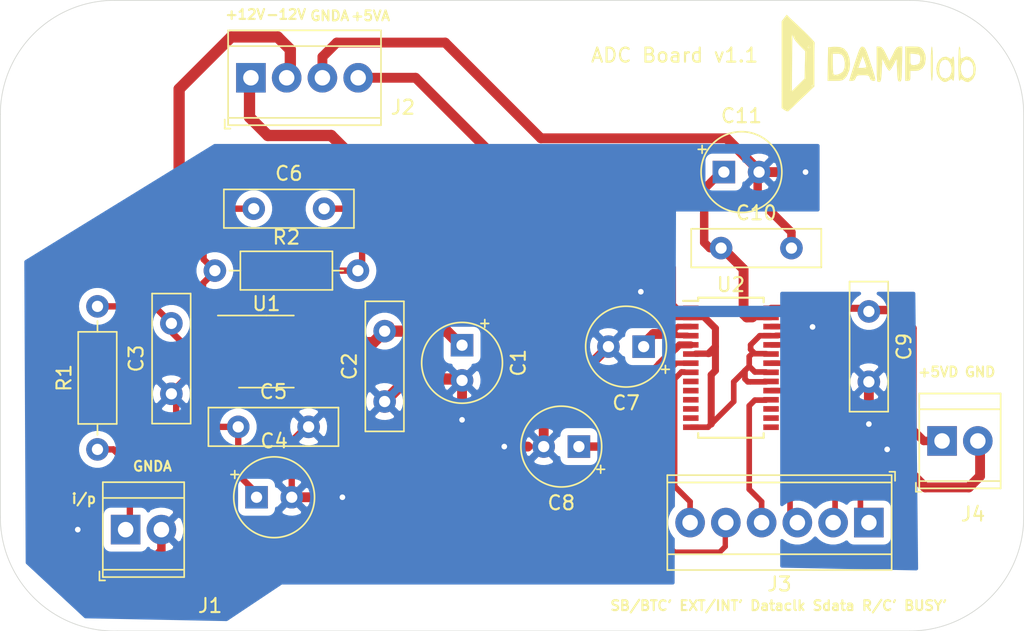
<source format=kicad_pcb>
(kicad_pcb (version 20171130) (host pcbnew "(5.1.2)-1")

  (general
    (thickness 1.6)
    (drawings 18)
    (tracks 240)
    (zones 0)
    (modules 20)
    (nets 27)
  )

  (page A4)
  (layers
    (0 F.Cu signal)
    (31 B.Cu signal)
    (32 B.Adhes user)
    (33 F.Adhes user)
    (34 B.Paste user)
    (35 F.Paste user hide)
    (36 B.SilkS user)
    (37 F.SilkS user)
    (38 B.Mask user)
    (39 F.Mask user)
    (40 Dwgs.User user)
    (41 Cmts.User user)
    (42 Eco1.User user)
    (43 Eco2.User user)
    (44 Edge.Cuts user)
    (45 Margin user)
    (46 B.CrtYd user)
    (47 F.CrtYd user)
    (48 B.Fab user)
    (49 F.Fab user)
  )

  (setup
    (last_trace_width 0.25)
    (trace_clearance 0.2)
    (zone_clearance 0.508)
    (zone_45_only no)
    (trace_min 0.2)
    (via_size 0.8)
    (via_drill 0.4)
    (via_min_size 0.4)
    (via_min_drill 0.3)
    (uvia_size 0.3)
    (uvia_drill 0.1)
    (uvias_allowed no)
    (uvia_min_size 0.2)
    (uvia_min_drill 0.1)
    (edge_width 0.05)
    (segment_width 0.2)
    (pcb_text_width 0.3)
    (pcb_text_size 1.5 1.5)
    (mod_edge_width 0.12)
    (mod_text_size 1 1)
    (mod_text_width 0.15)
    (pad_size 1.524 1.524)
    (pad_drill 0.762)
    (pad_to_mask_clearance 0.051)
    (solder_mask_min_width 0.25)
    (aux_axis_origin 0 0)
    (visible_elements 7FFFFFFF)
    (pcbplotparams
      (layerselection 0x010fc_ffffffff)
      (usegerberextensions false)
      (usegerberattributes false)
      (usegerberadvancedattributes false)
      (creategerberjobfile false)
      (excludeedgelayer true)
      (linewidth 0.100000)
      (plotframeref false)
      (viasonmask false)
      (mode 1)
      (useauxorigin false)
      (hpglpennumber 1)
      (hpglpenspeed 20)
      (hpglpendiameter 15.000000)
      (psnegative false)
      (psa4output false)
      (plotreference true)
      (plotvalue true)
      (plotinvisibletext false)
      (padsonsilk false)
      (subtractmaskfromsilk false)
      (outputformat 1)
      (mirror false)
      (drillshape 1)
      (scaleselection 1)
      (outputdirectory ""))
  )

  (net 0 "")
  (net 1 +12V)
  (net 2 /fb)
  (net 3 -12V)
  (net 4 "Net-(C6-Pad2)")
  (net 5 "Net-(C8-Pad1)")
  (net 6 GND)
  (net 7 "Net-(J1-Pad1)")
  (net 8 "Net-(J3-Pad6)")
  (net 9 "Net-(J3-Pad5)")
  (net 10 "Net-(J3-Pad4)")
  (net 11 "Net-(J3-Pad3)")
  (net 12 "Net-(J3-Pad2)")
  (net 13 "Net-(J3-Pad1)")
  (net 14 "Net-(U1-Pad1)")
  (net 15 "Net-(U1-Pad5)")
  (net 16 "Net-(U2-Pad9)")
  (net 17 "Net-(U2-Pad10)")
  (net 18 "Net-(U2-Pad11)")
  (net 19 "Net-(U2-Pad12)")
  (net 20 "Net-(U2-Pad13)")
  (net 21 "Net-(U2-Pad15)")
  (net 22 "Net-(U2-Pad16)")
  (net 23 "Net-(U2-Pad17)")
  (net 24 +5VD)
  (net 25 +5VA)
  (net 26 "Net-(C7-Pad1)")

  (net_class Default "This is the default net class."
    (clearance 0.2)
    (trace_width 0.25)
    (via_dia 0.8)
    (via_drill 0.4)
    (uvia_dia 0.3)
    (uvia_drill 0.1)
    (add_net +12V)
    (add_net +5VA)
    (add_net +5VD)
    (add_net -12V)
    (add_net /fb)
    (add_net GND)
    (add_net "Net-(C6-Pad2)")
    (add_net "Net-(C7-Pad1)")
    (add_net "Net-(C8-Pad1)")
    (add_net "Net-(J1-Pad1)")
    (add_net "Net-(J3-Pad1)")
    (add_net "Net-(J3-Pad2)")
    (add_net "Net-(J3-Pad3)")
    (add_net "Net-(J3-Pad4)")
    (add_net "Net-(J3-Pad5)")
    (add_net "Net-(J3-Pad6)")
    (add_net "Net-(U1-Pad1)")
    (add_net "Net-(U1-Pad5)")
    (add_net "Net-(U2-Pad10)")
    (add_net "Net-(U2-Pad11)")
    (add_net "Net-(U2-Pad12)")
    (add_net "Net-(U2-Pad13)")
    (add_net "Net-(U2-Pad15)")
    (add_net "Net-(U2-Pad16)")
    (add_net "Net-(U2-Pad17)")
    (add_net "Net-(U2-Pad9)")
  )

  (net_class +12V ""
    (clearance 0.7)
    (trace_width 0.8)
    (via_dia 0.8)
    (via_drill 0.4)
    (uvia_dia 0.3)
    (uvia_drill 0.1)
  )

  (net_class -12V ""
    (clearance 0.7)
    (trace_width 0.8)
    (via_dia 0.8)
    (via_drill 0.4)
    (uvia_dia 0.3)
    (uvia_drill 0.1)
  )

  (net_class "GND	" ""
    (clearance 0.7)
    (trace_width 0.8)
    (via_dia 0.8)
    (via_drill 0.4)
    (uvia_dia 0.3)
    (uvia_drill 0.1)
  )

  (net_class GNDA ""
    (clearance 0.7)
    (trace_width 0.8)
    (via_dia 0.8)
    (via_drill 0.4)
    (uvia_dia 0.3)
    (uvia_drill 0.1)
  )

  (module Package_SO:TSSOP-28_4.4x9.7mm_P0.65mm (layer F.Cu) (tedit 5A02F25C) (tstamp 5DED4DDE)
    (at 117 109.9)
    (descr "TSSOP28: plastic thin shrink small outline package; 28 leads; body width 4.4 mm; (see NXP SSOP-TSSOP-VSO-REFLOW.pdf and sot361-1_po.pdf)")
    (tags "SSOP 0.65")
    (path /5DEBC3C1)
    (attr smd)
    (fp_text reference U2 (at 0 -5.9) (layer F.SilkS)
      (effects (font (size 1 1) (thickness 0.15)))
    )
    (fp_text value ADS8517 (at 0 5.9) (layer F.Fab)
      (effects (font (size 1 1) (thickness 0.15)))
    )
    (fp_line (start -1.2 -4.85) (end 2.2 -4.85) (layer F.Fab) (width 0.15))
    (fp_line (start 2.2 -4.85) (end 2.2 4.85) (layer F.Fab) (width 0.15))
    (fp_line (start 2.2 4.85) (end -2.2 4.85) (layer F.Fab) (width 0.15))
    (fp_line (start -2.2 4.85) (end -2.2 -3.85) (layer F.Fab) (width 0.15))
    (fp_line (start -2.2 -3.85) (end -1.2 -4.85) (layer F.Fab) (width 0.15))
    (fp_line (start -3.65 -5.15) (end -3.65 5.15) (layer F.CrtYd) (width 0.05))
    (fp_line (start 3.65 -5.15) (end 3.65 5.15) (layer F.CrtYd) (width 0.05))
    (fp_line (start -3.65 -5.15) (end 3.65 -5.15) (layer F.CrtYd) (width 0.05))
    (fp_line (start -3.65 5.15) (end 3.65 5.15) (layer F.CrtYd) (width 0.05))
    (fp_line (start -2.325 -4.975) (end -2.325 -4.75) (layer F.SilkS) (width 0.15))
    (fp_line (start 2.325 -4.975) (end 2.325 -4.65) (layer F.SilkS) (width 0.15))
    (fp_line (start 2.325 4.975) (end 2.325 4.65) (layer F.SilkS) (width 0.15))
    (fp_line (start -2.325 4.975) (end -2.325 4.65) (layer F.SilkS) (width 0.15))
    (fp_line (start -2.325 -4.975) (end 2.325 -4.975) (layer F.SilkS) (width 0.15))
    (fp_line (start -2.325 4.975) (end 2.325 4.975) (layer F.SilkS) (width 0.15))
    (fp_line (start -2.325 -4.75) (end -3.4 -4.75) (layer F.SilkS) (width 0.15))
    (fp_text user %R (at 0 0) (layer F.Fab)
      (effects (font (size 0.8 0.8) (thickness 0.15)))
    )
    (pad 1 smd rect (at -2.85 -4.225) (size 1.1 0.4) (layers F.Cu F.Paste F.Mask)
      (net 4 "Net-(C6-Pad2)"))
    (pad 2 smd rect (at -2.85 -3.575) (size 1.1 0.4) (layers F.Cu F.Paste F.Mask)
      (net 6 GND))
    (pad 3 smd rect (at -2.85 -2.925) (size 1.1 0.4) (layers F.Cu F.Paste F.Mask)
      (net 26 "Net-(C7-Pad1)"))
    (pad 4 smd rect (at -2.85 -2.275) (size 1.1 0.4) (layers F.Cu F.Paste F.Mask)
      (net 26 "Net-(C7-Pad1)"))
    (pad 5 smd rect (at -2.85 -1.625) (size 1.1 0.4) (layers F.Cu F.Paste F.Mask)
      (net 5 "Net-(C8-Pad1)"))
    (pad 6 smd rect (at -2.85 -0.975) (size 1.1 0.4) (layers F.Cu F.Paste F.Mask)
      (net 6 GND))
    (pad 7 smd rect (at -2.85 -0.325) (size 1.1 0.4) (layers F.Cu F.Paste F.Mask)
      (net 9 "Net-(J3-Pad5)"))
    (pad 8 smd rect (at -2.85 0.325) (size 1.1 0.4) (layers F.Cu F.Paste F.Mask)
      (net 8 "Net-(J3-Pad6)"))
    (pad 9 smd rect (at -2.85 0.975) (size 1.1 0.4) (layers F.Cu F.Paste F.Mask)
      (net 16 "Net-(U2-Pad9)"))
    (pad 10 smd rect (at -2.85 1.625) (size 1.1 0.4) (layers F.Cu F.Paste F.Mask)
      (net 17 "Net-(U2-Pad10)"))
    (pad 11 smd rect (at -2.85 2.275) (size 1.1 0.4) (layers F.Cu F.Paste F.Mask)
      (net 18 "Net-(U2-Pad11)"))
    (pad 12 smd rect (at -2.85 2.925) (size 1.1 0.4) (layers F.Cu F.Paste F.Mask)
      (net 19 "Net-(U2-Pad12)"))
    (pad 13 smd rect (at -2.85 3.575) (size 1.1 0.4) (layers F.Cu F.Paste F.Mask)
      (net 20 "Net-(U2-Pad13)"))
    (pad 14 smd rect (at -2.85 4.225) (size 1.1 0.4) (layers F.Cu F.Paste F.Mask)
      (net 6 GND))
    (pad 15 smd rect (at 2.85 4.225) (size 1.1 0.4) (layers F.Cu F.Paste F.Mask)
      (net 21 "Net-(U2-Pad15)"))
    (pad 16 smd rect (at 2.85 3.575) (size 1.1 0.4) (layers F.Cu F.Paste F.Mask)
      (net 22 "Net-(U2-Pad16)"))
    (pad 17 smd rect (at 2.85 2.925) (size 1.1 0.4) (layers F.Cu F.Paste F.Mask)
      (net 23 "Net-(U2-Pad17)"))
    (pad 18 smd rect (at 2.85 2.275) (size 1.1 0.4) (layers F.Cu F.Paste F.Mask)
      (net 10 "Net-(J3-Pad4)"))
    (pad 19 smd rect (at 2.85 1.625) (size 1.1 0.4) (layers F.Cu F.Paste F.Mask)
      (net 11 "Net-(J3-Pad3)"))
    (pad 20 smd rect (at 2.85 0.975) (size 1.1 0.4) (layers F.Cu F.Paste F.Mask)
      (net 6 GND))
    (pad 21 smd rect (at 2.85 0.325) (size 1.1 0.4) (layers F.Cu F.Paste F.Mask)
      (net 6 GND))
    (pad 22 smd rect (at 2.85 -0.325) (size 1.1 0.4) (layers F.Cu F.Paste F.Mask)
      (net 12 "Net-(J3-Pad2)"))
    (pad 23 smd rect (at 2.85 -0.975) (size 1.1 0.4) (layers F.Cu F.Paste F.Mask)
      (net 6 GND))
    (pad 24 smd rect (at 2.85 -1.625) (size 1.1 0.4) (layers F.Cu F.Paste F.Mask)
      (net 13 "Net-(J3-Pad1)"))
    (pad 25 smd rect (at 2.85 -2.275) (size 1.1 0.4) (layers F.Cu F.Paste F.Mask)
      (net 6 GND))
    (pad 26 smd rect (at 2.85 -2.925) (size 1.1 0.4) (layers F.Cu F.Paste F.Mask)
      (net 6 GND))
    (pad 27 smd rect (at 2.85 -3.575) (size 1.1 0.4) (layers F.Cu F.Paste F.Mask)
      (net 25 +5VA))
    (pad 28 smd rect (at 2.85 -4.225) (size 1.1 0.4) (layers F.Cu F.Paste F.Mask)
      (net 24 +5VD))
    (model ${KISYS3DMOD}/Package_SO.3dshapes/TSSOP-28_4.4x9.7mm_P0.65mm.wrl
      (at (xyz 0 0 0))
      (scale (xyz 1 1 1))
      (rotate (xyz 0 0 0))
    )
  )

  (module Capacitor_THT:CP_Radial_Tantal_D5.5mm_P2.50mm (layer F.Cu) (tedit 5AE50EF0) (tstamp 5DED4C3B)
    (at 97.9 108.3 270)
    (descr "CP, Radial_Tantal series, Radial, pin pitch=2.50mm, , diameter=5.5mm, Tantal Electrolytic Capacitor, http://cdn-reichelt.de/documents/datenblatt/B300/TANTAL-TB-Serie%23.pdf")
    (tags "CP Radial_Tantal series Radial pin pitch 2.50mm  diameter 5.5mm Tantal Electrolytic Capacitor")
    (path /5DED33F7)
    (fp_text reference C1 (at 1.25 -4 90) (layer F.SilkS)
      (effects (font (size 1 1) (thickness 0.15)))
    )
    (fp_text value 2.2u (at 1.25 4 90) (layer F.Fab)
      (effects (font (size 1 1) (thickness 0.15)))
    )
    (fp_circle (center 1.25 0) (end 4 0) (layer F.Fab) (width 0.1))
    (fp_circle (center 1.25 0) (end 4.12 0) (layer F.SilkS) (width 0.12))
    (fp_circle (center 1.25 0) (end 4.25 0) (layer F.CrtYd) (width 0.05))
    (fp_line (start -1.099131 -1.1975) (end -0.549131 -1.1975) (layer F.Fab) (width 0.1))
    (fp_line (start -0.824131 -1.4725) (end -0.824131 -0.9225) (layer F.Fab) (width 0.1))
    (fp_line (start -1.822262 -1.615) (end -1.272262 -1.615) (layer F.SilkS) (width 0.12))
    (fp_line (start -1.547262 -1.89) (end -1.547262 -1.34) (layer F.SilkS) (width 0.12))
    (fp_text user %R (at 1.25 0 90) (layer F.Fab)
      (effects (font (size 1 1) (thickness 0.15)))
    )
    (pad 1 thru_hole rect (at 0 0 270) (size 1.6 1.6) (drill 0.8) (layers *.Cu *.Mask)
      (net 1 +12V))
    (pad 2 thru_hole circle (at 2.5 0 270) (size 1.6 1.6) (drill 0.8) (layers *.Cu *.Mask)
      (net 6 GND))
    (model ${KISYS3DMOD}/Capacitor_THT.3dshapes/CP_Radial_Tantal_D5.5mm_P2.50mm.wrl
      (at (xyz 0 0 0))
      (scale (xyz 1 1 1))
      (rotate (xyz 0 0 0))
    )
  )

  (module Capacitor_THT:C_Disc_D9.0mm_W2.5mm_P5.00mm (layer F.Cu) (tedit 5AE50EF0) (tstamp 5DED4C4E)
    (at 92.4 112.3 90)
    (descr "C, Disc series, Radial, pin pitch=5.00mm, , diameter*width=9*2.5mm^2, Capacitor, http://cdn-reichelt.de/documents/datenblatt/B300/DS_KERKO_TC.pdf")
    (tags "C Disc series Radial pin pitch 5.00mm  diameter 9mm width 2.5mm Capacitor")
    (path /5DED38CC)
    (fp_text reference C2 (at 2.5 -2.5 90) (layer F.SilkS)
      (effects (font (size 1 1) (thickness 0.15)))
    )
    (fp_text value 100n (at 2.5 2.5 90) (layer F.Fab)
      (effects (font (size 1 1) (thickness 0.15)))
    )
    (fp_text user %R (at 2.5 0 90) (layer F.Fab)
      (effects (font (size 1 1) (thickness 0.15)))
    )
    (fp_line (start 7.25 -1.5) (end -2.25 -1.5) (layer F.CrtYd) (width 0.05))
    (fp_line (start 7.25 1.5) (end 7.25 -1.5) (layer F.CrtYd) (width 0.05))
    (fp_line (start -2.25 1.5) (end 7.25 1.5) (layer F.CrtYd) (width 0.05))
    (fp_line (start -2.25 -1.5) (end -2.25 1.5) (layer F.CrtYd) (width 0.05))
    (fp_line (start 7.12 -1.37) (end 7.12 1.37) (layer F.SilkS) (width 0.12))
    (fp_line (start -2.12 -1.37) (end -2.12 1.37) (layer F.SilkS) (width 0.12))
    (fp_line (start -2.12 1.37) (end 7.12 1.37) (layer F.SilkS) (width 0.12))
    (fp_line (start -2.12 -1.37) (end 7.12 -1.37) (layer F.SilkS) (width 0.12))
    (fp_line (start 7 -1.25) (end -2 -1.25) (layer F.Fab) (width 0.1))
    (fp_line (start 7 1.25) (end 7 -1.25) (layer F.Fab) (width 0.1))
    (fp_line (start -2 1.25) (end 7 1.25) (layer F.Fab) (width 0.1))
    (fp_line (start -2 -1.25) (end -2 1.25) (layer F.Fab) (width 0.1))
    (pad 2 thru_hole circle (at 5 0 90) (size 1.6 1.6) (drill 0.8) (layers *.Cu *.Mask)
      (net 1 +12V))
    (pad 1 thru_hole circle (at 0 0 90) (size 1.6 1.6) (drill 0.8) (layers *.Cu *.Mask)
      (net 6 GND))
    (model ${KISYS3DMOD}/Capacitor_THT.3dshapes/C_Disc_D9.0mm_W2.5mm_P5.00mm.wrl
      (at (xyz 0 0 0))
      (scale (xyz 1 1 1))
      (rotate (xyz 0 0 0))
    )
  )

  (module Capacitor_THT:C_Disc_D9.0mm_W2.5mm_P5.00mm (layer F.Cu) (tedit 5AE50EF0) (tstamp 5DED4C61)
    (at 77.25 111.75 90)
    (descr "C, Disc series, Radial, pin pitch=5.00mm, , diameter*width=9*2.5mm^2, Capacitor, http://cdn-reichelt.de/documents/datenblatt/B300/DS_KERKO_TC.pdf")
    (tags "C Disc series Radial pin pitch 5.00mm  diameter 9mm width 2.5mm Capacitor")
    (path /5DED3BCA)
    (fp_text reference C3 (at 2.5 -2.5 90) (layer F.SilkS)
      (effects (font (size 1 1) (thickness 0.15)))
    )
    (fp_text value 22p (at 2.5 2.5 90) (layer F.Fab)
      (effects (font (size 1 1) (thickness 0.15)))
    )
    (fp_line (start -2 -1.25) (end -2 1.25) (layer F.Fab) (width 0.1))
    (fp_line (start -2 1.25) (end 7 1.25) (layer F.Fab) (width 0.1))
    (fp_line (start 7 1.25) (end 7 -1.25) (layer F.Fab) (width 0.1))
    (fp_line (start 7 -1.25) (end -2 -1.25) (layer F.Fab) (width 0.1))
    (fp_line (start -2.12 -1.37) (end 7.12 -1.37) (layer F.SilkS) (width 0.12))
    (fp_line (start -2.12 1.37) (end 7.12 1.37) (layer F.SilkS) (width 0.12))
    (fp_line (start -2.12 -1.37) (end -2.12 1.37) (layer F.SilkS) (width 0.12))
    (fp_line (start 7.12 -1.37) (end 7.12 1.37) (layer F.SilkS) (width 0.12))
    (fp_line (start -2.25 -1.5) (end -2.25 1.5) (layer F.CrtYd) (width 0.05))
    (fp_line (start -2.25 1.5) (end 7.25 1.5) (layer F.CrtYd) (width 0.05))
    (fp_line (start 7.25 1.5) (end 7.25 -1.5) (layer F.CrtYd) (width 0.05))
    (fp_line (start 7.25 -1.5) (end -2.25 -1.5) (layer F.CrtYd) (width 0.05))
    (fp_text user %R (at 2.974999 -0.225001 90) (layer F.Fab)
      (effects (font (size 1 1) (thickness 0.15)))
    )
    (pad 1 thru_hole circle (at 0 0 90) (size 1.6 1.6) (drill 0.8) (layers *.Cu *.Mask)
      (net 6 GND))
    (pad 2 thru_hole circle (at 5 0 90) (size 1.6 1.6) (drill 0.8) (layers *.Cu *.Mask)
      (net 2 /fb))
    (model ${KISYS3DMOD}/Capacitor_THT.3dshapes/C_Disc_D9.0mm_W2.5mm_P5.00mm.wrl
      (at (xyz 0 0 0))
      (scale (xyz 1 1 1))
      (rotate (xyz 0 0 0))
    )
  )

  (module Capacitor_THT:CP_Radial_Tantal_D5.5mm_P2.50mm (layer F.Cu) (tedit 5AE50EF0) (tstamp 5DED4C6F)
    (at 83.3 119.1)
    (descr "CP, Radial_Tantal series, Radial, pin pitch=2.50mm, , diameter=5.5mm, Tantal Electrolytic Capacitor, http://cdn-reichelt.de/documents/datenblatt/B300/TANTAL-TB-Serie%23.pdf")
    (tags "CP Radial_Tantal series Radial pin pitch 2.50mm  diameter 5.5mm Tantal Electrolytic Capacitor")
    (path /5DED1EAF)
    (fp_text reference C4 (at 1.25 -4) (layer F.SilkS)
      (effects (font (size 1 1) (thickness 0.15)))
    )
    (fp_text value 2.2u (at 1.25 4) (layer F.Fab)
      (effects (font (size 1 1) (thickness 0.15)))
    )
    (fp_text user %R (at 1.25 0) (layer F.Fab)
      (effects (font (size 1 1) (thickness 0.15)))
    )
    (fp_line (start -1.547262 -1.89) (end -1.547262 -1.34) (layer F.SilkS) (width 0.12))
    (fp_line (start -1.822262 -1.615) (end -1.272262 -1.615) (layer F.SilkS) (width 0.12))
    (fp_line (start -0.824131 -1.4725) (end -0.824131 -0.9225) (layer F.Fab) (width 0.1))
    (fp_line (start -1.099131 -1.1975) (end -0.549131 -1.1975) (layer F.Fab) (width 0.1))
    (fp_circle (center 1.25 0) (end 4.25 0) (layer F.CrtYd) (width 0.05))
    (fp_circle (center 1.25 0) (end 4.12 0) (layer F.SilkS) (width 0.12))
    (fp_circle (center 1.25 0) (end 4 0) (layer F.Fab) (width 0.1))
    (pad 2 thru_hole circle (at 2.5 0) (size 1.6 1.6) (drill 0.8) (layers *.Cu *.Mask)
      (net 6 GND))
    (pad 1 thru_hole rect (at 0 0) (size 1.6 1.6) (drill 0.8) (layers *.Cu *.Mask)
      (net 3 -12V))
    (model ${KISYS3DMOD}/Capacitor_THT.3dshapes/CP_Radial_Tantal_D5.5mm_P2.50mm.wrl
      (at (xyz 0 0 0))
      (scale (xyz 1 1 1))
      (rotate (xyz 0 0 0))
    )
  )

  (module Capacitor_THT:C_Disc_D9.0mm_W2.5mm_P5.00mm (layer F.Cu) (tedit 5AE50EF0) (tstamp 5DED4C82)
    (at 82 114.1)
    (descr "C, Disc series, Radial, pin pitch=5.00mm, , diameter*width=9*2.5mm^2, Capacitor, http://cdn-reichelt.de/documents/datenblatt/B300/DS_KERKO_TC.pdf")
    (tags "C Disc series Radial pin pitch 5.00mm  diameter 9mm width 2.5mm Capacitor")
    (path /5DED29CE)
    (fp_text reference C5 (at 2.5 -2.5) (layer F.SilkS)
      (effects (font (size 1 1) (thickness 0.15)))
    )
    (fp_text value 100n (at 2.5 2.5) (layer F.Fab)
      (effects (font (size 1 1) (thickness 0.15)))
    )
    (fp_text user %R (at 2.5 0) (layer F.Fab)
      (effects (font (size 1 1) (thickness 0.15)))
    )
    (fp_line (start 7.25 -1.5) (end -2.25 -1.5) (layer F.CrtYd) (width 0.05))
    (fp_line (start 7.25 1.5) (end 7.25 -1.5) (layer F.CrtYd) (width 0.05))
    (fp_line (start -2.25 1.5) (end 7.25 1.5) (layer F.CrtYd) (width 0.05))
    (fp_line (start -2.25 -1.5) (end -2.25 1.5) (layer F.CrtYd) (width 0.05))
    (fp_line (start 7.12 -1.37) (end 7.12 1.37) (layer F.SilkS) (width 0.12))
    (fp_line (start -2.12 -1.37) (end -2.12 1.37) (layer F.SilkS) (width 0.12))
    (fp_line (start -2.12 1.37) (end 7.12 1.37) (layer F.SilkS) (width 0.12))
    (fp_line (start -2.12 -1.37) (end 7.12 -1.37) (layer F.SilkS) (width 0.12))
    (fp_line (start 7 -1.25) (end -2 -1.25) (layer F.Fab) (width 0.1))
    (fp_line (start 7 1.25) (end 7 -1.25) (layer F.Fab) (width 0.1))
    (fp_line (start -2 1.25) (end 7 1.25) (layer F.Fab) (width 0.1))
    (fp_line (start -2 -1.25) (end -2 1.25) (layer F.Fab) (width 0.1))
    (pad 2 thru_hole circle (at 5 0) (size 1.6 1.6) (drill 0.8) (layers *.Cu *.Mask)
      (net 6 GND))
    (pad 1 thru_hole circle (at 0 0) (size 1.6 1.6) (drill 0.8) (layers *.Cu *.Mask)
      (net 3 -12V))
    (model ${KISYS3DMOD}/Capacitor_THT.3dshapes/C_Disc_D9.0mm_W2.5mm_P5.00mm.wrl
      (at (xyz 0 0 0))
      (scale (xyz 1 1 1))
      (rotate (xyz 0 0 0))
    )
  )

  (module Capacitor_THT:C_Disc_D9.0mm_W2.5mm_P5.00mm (layer F.Cu) (tedit 5AE50EF0) (tstamp 5DED4C95)
    (at 83.1 98.6)
    (descr "C, Disc series, Radial, pin pitch=5.00mm, , diameter*width=9*2.5mm^2, Capacitor, http://cdn-reichelt.de/documents/datenblatt/B300/DS_KERKO_TC.pdf")
    (tags "C Disc series Radial pin pitch 5.00mm  diameter 9mm width 2.5mm Capacitor")
    (path /5DED2EDD)
    (fp_text reference C6 (at 2.5 -2.5) (layer F.SilkS)
      (effects (font (size 1 1) (thickness 0.15)))
    )
    (fp_text value 22p (at 2.5 2.5) (layer F.Fab)
      (effects (font (size 1 1) (thickness 0.15)))
    )
    (fp_line (start -2 -1.25) (end -2 1.25) (layer F.Fab) (width 0.1))
    (fp_line (start -2 1.25) (end 7 1.25) (layer F.Fab) (width 0.1))
    (fp_line (start 7 1.25) (end 7 -1.25) (layer F.Fab) (width 0.1))
    (fp_line (start 7 -1.25) (end -2 -1.25) (layer F.Fab) (width 0.1))
    (fp_line (start -2.12 -1.37) (end 7.12 -1.37) (layer F.SilkS) (width 0.12))
    (fp_line (start -2.12 1.37) (end 7.12 1.37) (layer F.SilkS) (width 0.12))
    (fp_line (start -2.12 -1.37) (end -2.12 1.37) (layer F.SilkS) (width 0.12))
    (fp_line (start 7.12 -1.37) (end 7.12 1.37) (layer F.SilkS) (width 0.12))
    (fp_line (start -2.25 -1.5) (end -2.25 1.5) (layer F.CrtYd) (width 0.05))
    (fp_line (start -2.25 1.5) (end 7.25 1.5) (layer F.CrtYd) (width 0.05))
    (fp_line (start 7.25 1.5) (end 7.25 -1.5) (layer F.CrtYd) (width 0.05))
    (fp_line (start 7.25 -1.5) (end -2.25 -1.5) (layer F.CrtYd) (width 0.05))
    (fp_text user %R (at 2.5 0) (layer F.Fab)
      (effects (font (size 1 1) (thickness 0.15)))
    )
    (pad 1 thru_hole circle (at 0 0) (size 1.6 1.6) (drill 0.8) (layers *.Cu *.Mask)
      (net 2 /fb))
    (pad 2 thru_hole circle (at 5 0) (size 1.6 1.6) (drill 0.8) (layers *.Cu *.Mask)
      (net 4 "Net-(C6-Pad2)"))
    (model ${KISYS3DMOD}/Capacitor_THT.3dshapes/C_Disc_D9.0mm_W2.5mm_P5.00mm.wrl
      (at (xyz 0 0 0))
      (scale (xyz 1 1 1))
      (rotate (xyz 0 0 0))
    )
  )

  (module Capacitor_THT:CP_Radial_Tantal_D5.5mm_P2.50mm (layer F.Cu) (tedit 5AE50EF0) (tstamp 5DED4CA3)
    (at 110.8 108.4 180)
    (descr "CP, Radial_Tantal series, Radial, pin pitch=2.50mm, , diameter=5.5mm, Tantal Electrolytic Capacitor, http://cdn-reichelt.de/documents/datenblatt/B300/TANTAL-TB-Serie%23.pdf")
    (tags "CP Radial_Tantal series Radial pin pitch 2.50mm  diameter 5.5mm Tantal Electrolytic Capacitor")
    (path /5DFBDD66)
    (fp_text reference C7 (at 1.25 -4) (layer F.SilkS)
      (effects (font (size 1 1) (thickness 0.15)))
    )
    (fp_text value 2.2u (at 1.25 4) (layer F.Fab)
      (effects (font (size 1 1) (thickness 0.15)))
    )
    (fp_text user %R (at 1.25 0) (layer F.Fab)
      (effects (font (size 1 1) (thickness 0.15)))
    )
    (fp_line (start -1.547262 -1.89) (end -1.547262 -1.34) (layer F.SilkS) (width 0.12))
    (fp_line (start -1.822262 -1.615) (end -1.272262 -1.615) (layer F.SilkS) (width 0.12))
    (fp_line (start -0.824131 -1.4725) (end -0.824131 -0.9225) (layer F.Fab) (width 0.1))
    (fp_line (start -1.099131 -1.1975) (end -0.549131 -1.1975) (layer F.Fab) (width 0.1))
    (fp_circle (center 1.25 0) (end 4.25 0) (layer F.CrtYd) (width 0.05))
    (fp_circle (center 1.25 0) (end 4.12 0) (layer F.SilkS) (width 0.12))
    (fp_circle (center 1.25 0) (end 4 0) (layer F.Fab) (width 0.1))
    (pad 2 thru_hole circle (at 2.5 0 180) (size 1.6 1.6) (drill 0.8) (layers *.Cu *.Mask)
      (net 6 GND))
    (pad 1 thru_hole rect (at 0 0 180) (size 1.6 1.6) (drill 0.8) (layers *.Cu *.Mask)
      (net 26 "Net-(C7-Pad1)"))
    (model ${KISYS3DMOD}/Capacitor_THT.3dshapes/CP_Radial_Tantal_D5.5mm_P2.50mm.wrl
      (at (xyz 0 0 0))
      (scale (xyz 1 1 1))
      (rotate (xyz 0 0 0))
    )
  )

  (module Capacitor_THT:CP_Radial_Tantal_D5.5mm_P2.50mm (layer F.Cu) (tedit 5AE50EF0) (tstamp 5DED4CB1)
    (at 106.2 115.5 180)
    (descr "CP, Radial_Tantal series, Radial, pin pitch=2.50mm, , diameter=5.5mm, Tantal Electrolytic Capacitor, http://cdn-reichelt.de/documents/datenblatt/B300/TANTAL-TB-Serie%23.pdf")
    (tags "CP Radial_Tantal series Radial pin pitch 2.50mm  diameter 5.5mm Tantal Electrolytic Capacitor")
    (path /5DFD2345)
    (fp_text reference C8 (at 1.25 -4) (layer F.SilkS)
      (effects (font (size 1 1) (thickness 0.15)))
    )
    (fp_text value 2.2u (at 1.25 4) (layer F.Fab)
      (effects (font (size 1 1) (thickness 0.15)))
    )
    (fp_circle (center 1.25 0) (end 4 0) (layer F.Fab) (width 0.1))
    (fp_circle (center 1.25 0) (end 4.12 0) (layer F.SilkS) (width 0.12))
    (fp_circle (center 1.25 0) (end 4.25 0) (layer F.CrtYd) (width 0.05))
    (fp_line (start -1.099131 -1.1975) (end -0.549131 -1.1975) (layer F.Fab) (width 0.1))
    (fp_line (start -0.824131 -1.4725) (end -0.824131 -0.9225) (layer F.Fab) (width 0.1))
    (fp_line (start -1.822262 -1.615) (end -1.272262 -1.615) (layer F.SilkS) (width 0.12))
    (fp_line (start -1.547262 -1.89) (end -1.547262 -1.34) (layer F.SilkS) (width 0.12))
    (fp_text user %R (at 1.25 0) (layer F.Fab)
      (effects (font (size 1 1) (thickness 0.15)))
    )
    (pad 1 thru_hole rect (at 0 0 180) (size 1.6 1.6) (drill 0.8) (layers *.Cu *.Mask)
      (net 5 "Net-(C8-Pad1)"))
    (pad 2 thru_hole circle (at 2.5 0 180) (size 1.6 1.6) (drill 0.8) (layers *.Cu *.Mask)
      (net 6 GND))
    (model ${KISYS3DMOD}/Capacitor_THT.3dshapes/CP_Radial_Tantal_D5.5mm_P2.50mm.wrl
      (at (xyz 0 0 0))
      (scale (xyz 1 1 1))
      (rotate (xyz 0 0 0))
    )
  )

  (module Capacitor_THT:C_Disc_D9.0mm_W2.5mm_P5.00mm (layer F.Cu) (tedit 5AE50EF0) (tstamp 5DED4CC4)
    (at 126.8 105.9 270)
    (descr "C, Disc series, Radial, pin pitch=5.00mm, , diameter*width=9*2.5mm^2, Capacitor, http://cdn-reichelt.de/documents/datenblatt/B300/DS_KERKO_TC.pdf")
    (tags "C Disc series Radial pin pitch 5.00mm  diameter 9mm width 2.5mm Capacitor")
    (path /5E4CA24F)
    (fp_text reference C9 (at 2.5 -2.5 90) (layer F.SilkS)
      (effects (font (size 1 1) (thickness 0.15)))
    )
    (fp_text value 0.1u (at 2.5 2.5 90) (layer F.Fab)
      (effects (font (size 1 1) (thickness 0.15)))
    )
    (fp_line (start -2 -1.25) (end -2 1.25) (layer F.Fab) (width 0.1))
    (fp_line (start -2 1.25) (end 7 1.25) (layer F.Fab) (width 0.1))
    (fp_line (start 7 1.25) (end 7 -1.25) (layer F.Fab) (width 0.1))
    (fp_line (start 7 -1.25) (end -2 -1.25) (layer F.Fab) (width 0.1))
    (fp_line (start -2.12 -1.37) (end 7.12 -1.37) (layer F.SilkS) (width 0.12))
    (fp_line (start -2.12 1.37) (end 7.12 1.37) (layer F.SilkS) (width 0.12))
    (fp_line (start -2.12 -1.37) (end -2.12 1.37) (layer F.SilkS) (width 0.12))
    (fp_line (start 7.12 -1.37) (end 7.12 1.37) (layer F.SilkS) (width 0.12))
    (fp_line (start -2.25 -1.5) (end -2.25 1.5) (layer F.CrtYd) (width 0.05))
    (fp_line (start -2.25 1.5) (end 7.25 1.5) (layer F.CrtYd) (width 0.05))
    (fp_line (start 7.25 1.5) (end 7.25 -1.5) (layer F.CrtYd) (width 0.05))
    (fp_line (start 7.25 -1.5) (end -2.25 -1.5) (layer F.CrtYd) (width 0.05))
    (fp_text user %R (at 2.5 0 90) (layer F.Fab)
      (effects (font (size 1 1) (thickness 0.15)))
    )
    (pad 1 thru_hole circle (at 0 0 270) (size 1.6 1.6) (drill 0.8) (layers *.Cu *.Mask)
      (net 24 +5VD))
    (pad 2 thru_hole circle (at 5 0 270) (size 1.6 1.6) (drill 0.8) (layers *.Cu *.Mask)
      (net 6 GND))
    (model ${KISYS3DMOD}/Capacitor_THT.3dshapes/C_Disc_D9.0mm_W2.5mm_P5.00mm.wrl
      (at (xyz 0 0 0))
      (scale (xyz 1 1 1))
      (rotate (xyz 0 0 0))
    )
  )

  (module Capacitor_THT:C_Disc_D9.0mm_W2.5mm_P5.00mm (layer F.Cu) (tedit 5AE50EF0) (tstamp 5DED4CD7)
    (at 116.3 101.4)
    (descr "C, Disc series, Radial, pin pitch=5.00mm, , diameter*width=9*2.5mm^2, Capacitor, http://cdn-reichelt.de/documents/datenblatt/B300/DS_KERKO_TC.pdf")
    (tags "C Disc series Radial pin pitch 5.00mm  diameter 9mm width 2.5mm Capacitor")
    (path /5E4CA75C)
    (fp_text reference C10 (at 2.5 -2.5) (layer F.SilkS)
      (effects (font (size 1 1) (thickness 0.15)))
    )
    (fp_text value 0.1u (at 2.5 2.5) (layer F.Fab)
      (effects (font (size 1 1) (thickness 0.15)))
    )
    (fp_text user %R (at 2.5 0) (layer F.Fab)
      (effects (font (size 1 1) (thickness 0.15)))
    )
    (fp_line (start 7.25 -1.5) (end -2.25 -1.5) (layer F.CrtYd) (width 0.05))
    (fp_line (start 7.25 1.5) (end 7.25 -1.5) (layer F.CrtYd) (width 0.05))
    (fp_line (start -2.25 1.5) (end 7.25 1.5) (layer F.CrtYd) (width 0.05))
    (fp_line (start -2.25 -1.5) (end -2.25 1.5) (layer F.CrtYd) (width 0.05))
    (fp_line (start 7.12 -1.37) (end 7.12 1.37) (layer F.SilkS) (width 0.12))
    (fp_line (start -2.12 -1.37) (end -2.12 1.37) (layer F.SilkS) (width 0.12))
    (fp_line (start -2.12 1.37) (end 7.12 1.37) (layer F.SilkS) (width 0.12))
    (fp_line (start -2.12 -1.37) (end 7.12 -1.37) (layer F.SilkS) (width 0.12))
    (fp_line (start 7 -1.25) (end -2 -1.25) (layer F.Fab) (width 0.1))
    (fp_line (start 7 1.25) (end 7 -1.25) (layer F.Fab) (width 0.1))
    (fp_line (start -2 1.25) (end 7 1.25) (layer F.Fab) (width 0.1))
    (fp_line (start -2 -1.25) (end -2 1.25) (layer F.Fab) (width 0.1))
    (pad 2 thru_hole circle (at 5 0) (size 1.6 1.6) (drill 0.8) (layers *.Cu *.Mask)
      (net 6 GND))
    (pad 1 thru_hole circle (at 0 0) (size 1.6 1.6) (drill 0.8) (layers *.Cu *.Mask)
      (net 25 +5VA))
    (model ${KISYS3DMOD}/Capacitor_THT.3dshapes/C_Disc_D9.0mm_W2.5mm_P5.00mm.wrl
      (at (xyz 0 0 0))
      (scale (xyz 1 1 1))
      (rotate (xyz 0 0 0))
    )
  )

  (module Capacitor_THT:CP_Radial_Tantal_D5.5mm_P2.50mm (layer F.Cu) (tedit 5AE50EF0) (tstamp 5DED4CE5)
    (at 116.5 96)
    (descr "CP, Radial_Tantal series, Radial, pin pitch=2.50mm, , diameter=5.5mm, Tantal Electrolytic Capacitor, http://cdn-reichelt.de/documents/datenblatt/B300/TANTAL-TB-Serie%23.pdf")
    (tags "CP Radial_Tantal series Radial pin pitch 2.50mm  diameter 5.5mm Tantal Electrolytic Capacitor")
    (path /5E55770B)
    (fp_text reference C11 (at 1.25 -4) (layer F.SilkS)
      (effects (font (size 1 1) (thickness 0.15)))
    )
    (fp_text value 10u (at 1.25 4) (layer F.Fab)
      (effects (font (size 1 1) (thickness 0.15)))
    )
    (fp_circle (center 1.25 0) (end 4 0) (layer F.Fab) (width 0.1))
    (fp_circle (center 1.25 0) (end 4.12 0) (layer F.SilkS) (width 0.12))
    (fp_circle (center 1.25 0) (end 4.25 0) (layer F.CrtYd) (width 0.05))
    (fp_line (start -1.099131 -1.1975) (end -0.549131 -1.1975) (layer F.Fab) (width 0.1))
    (fp_line (start -0.824131 -1.4725) (end -0.824131 -0.9225) (layer F.Fab) (width 0.1))
    (fp_line (start -1.822262 -1.615) (end -1.272262 -1.615) (layer F.SilkS) (width 0.12))
    (fp_line (start -1.547262 -1.89) (end -1.547262 -1.34) (layer F.SilkS) (width 0.12))
    (fp_text user %R (at 1.25 0) (layer F.Fab)
      (effects (font (size 1 1) (thickness 0.15)))
    )
    (pad 1 thru_hole rect (at 0 0) (size 1.6 1.6) (drill 0.8) (layers *.Cu *.Mask)
      (net 25 +5VA))
    (pad 2 thru_hole circle (at 2.5 0) (size 1.6 1.6) (drill 0.8) (layers *.Cu *.Mask)
      (net 6 GND))
    (model ${KISYS3DMOD}/Capacitor_THT.3dshapes/CP_Radial_Tantal_D5.5mm_P2.50mm.wrl
      (at (xyz 0 0 0))
      (scale (xyz 1 1 1))
      (rotate (xyz 0 0 0))
    )
  )

  (module TerminalBlock_TE-Connectivity:TerminalBlock_TE_282834-2_1x02_P2.54mm_Horizontal (layer F.Cu) (tedit 5B1EC513) (tstamp 5DED4D05)
    (at 74 121.4)
    (descr "Terminal Block TE 282834-2, 2 pins, pitch 2.54mm, size 5.54x6.5mm^2, drill diamater 1.1mm, pad diameter 2.1mm, see http://www.te.com/commerce/DocumentDelivery/DDEController?Action=showdoc&DocId=Customer+Drawing%7F282834%7FC1%7Fpdf%7FEnglish%7FENG_CD_282834_C1.pdf, script-generated using https://github.com/pointhi/kicad-footprint-generator/scripts/TerminalBlock_TE-Connectivity")
    (tags "THT Terminal Block TE 282834-2 pitch 2.54mm size 5.54x6.5mm^2 drill 1.1mm pad 2.1mm")
    (path /5DED93B1)
    (fp_text reference J1 (at 6 5.4) (layer F.SilkS)
      (effects (font (size 1 1) (thickness 0.15)))
    )
    (fp_text value Screw_Terminal_01x02 (at 4.2 4.8) (layer F.Fab)
      (effects (font (size 1 1) (thickness 0.15)))
    )
    (fp_circle (center 0 0) (end 1.1 0) (layer F.Fab) (width 0.1))
    (fp_circle (center 2.54 0) (end 3.64 0) (layer F.Fab) (width 0.1))
    (fp_line (start -1.5 -3.25) (end 4.04 -3.25) (layer F.Fab) (width 0.1))
    (fp_line (start 4.04 -3.25) (end 4.04 3.25) (layer F.Fab) (width 0.1))
    (fp_line (start 4.04 3.25) (end -1.1 3.25) (layer F.Fab) (width 0.1))
    (fp_line (start -1.1 3.25) (end -1.5 2.85) (layer F.Fab) (width 0.1))
    (fp_line (start -1.5 2.85) (end -1.5 -3.25) (layer F.Fab) (width 0.1))
    (fp_line (start -1.5 2.85) (end 4.04 2.85) (layer F.Fab) (width 0.1))
    (fp_line (start -1.62 2.85) (end 4.16 2.85) (layer F.SilkS) (width 0.12))
    (fp_line (start -1.5 -2.25) (end 4.04 -2.25) (layer F.Fab) (width 0.1))
    (fp_line (start -1.62 -2.25) (end 4.16 -2.25) (layer F.SilkS) (width 0.12))
    (fp_line (start -1.62 -3.37) (end 4.16 -3.37) (layer F.SilkS) (width 0.12))
    (fp_line (start -1.62 3.37) (end 4.16 3.37) (layer F.SilkS) (width 0.12))
    (fp_line (start -1.62 -3.37) (end -1.62 3.37) (layer F.SilkS) (width 0.12))
    (fp_line (start 4.16 -3.37) (end 4.16 3.37) (layer F.SilkS) (width 0.12))
    (fp_line (start 0.835 -0.7) (end -0.701 0.835) (layer F.Fab) (width 0.1))
    (fp_line (start 0.701 -0.835) (end -0.835 0.7) (layer F.Fab) (width 0.1))
    (fp_line (start 3.375 -0.7) (end 1.84 0.835) (layer F.Fab) (width 0.1))
    (fp_line (start 3.241 -0.835) (end 1.706 0.7) (layer F.Fab) (width 0.1))
    (fp_line (start -1.86 2.97) (end -1.86 3.61) (layer F.SilkS) (width 0.12))
    (fp_line (start -1.86 3.61) (end -1.46 3.61) (layer F.SilkS) (width 0.12))
    (fp_line (start -2 -3.75) (end -2 3.75) (layer F.CrtYd) (width 0.05))
    (fp_line (start -2 3.75) (end 4.54 3.75) (layer F.CrtYd) (width 0.05))
    (fp_line (start 4.54 3.75) (end 4.54 -3.75) (layer F.CrtYd) (width 0.05))
    (fp_line (start 4.54 -3.75) (end -2 -3.75) (layer F.CrtYd) (width 0.05))
    (fp_text user %R (at 1.27 2) (layer F.Fab)
      (effects (font (size 1 1) (thickness 0.15)))
    )
    (pad 1 thru_hole rect (at 0 0) (size 2.1 2.1) (drill 1.1) (layers *.Cu *.Mask)
      (net 7 "Net-(J1-Pad1)"))
    (pad 2 thru_hole circle (at 2.54 0) (size 2.1 2.1) (drill 1.1) (layers *.Cu *.Mask)
      (net 6 GND))
    (model ${KISYS3DMOD}/TerminalBlock_TE-Connectivity.3dshapes/TerminalBlock_TE_282834-2_1x02_P2.54mm_Horizontal.wrl
      (at (xyz 0 0 0))
      (scale (xyz 1 1 1))
      (rotate (xyz 0 0 0))
    )
  )

  (module TerminalBlock_TE-Connectivity:TerminalBlock_TE_282834-6_1x06_P2.54mm_Horizontal (layer F.Cu) (tedit 5B1EC513) (tstamp 5DED4D35)
    (at 126.8 120.9 180)
    (descr "Terminal Block TE 282834-6, 6 pins, pitch 2.54mm, size 15.7x6.5mm^2, drill diamater 1.1mm, pad diameter 2.1mm, see http://www.te.com/commerce/DocumentDelivery/DDEController?Action=showdoc&DocId=Customer+Drawing%7F282834%7FC1%7Fpdf%7FEnglish%7FENG_CD_282834_C1.pdf, script-generated using https://github.com/pointhi/kicad-footprint-generator/scripts/TerminalBlock_TE-Connectivity")
    (tags "THT Terminal Block TE 282834-6 pitch 2.54mm size 15.7x6.5mm^2 drill 1.1mm pad 2.1mm")
    (path /5E358251)
    (fp_text reference J3 (at 6.35 -4.37) (layer F.SilkS)
      (effects (font (size 1 1) (thickness 0.15)))
    )
    (fp_text value Screw_Terminal_01x06 (at 6.35 4.37) (layer F.Fab)
      (effects (font (size 1 1) (thickness 0.15)))
    )
    (fp_text user %R (at 6.35 2) (layer F.Fab)
      (effects (font (size 1 1) (thickness 0.15)))
    )
    (fp_line (start 14.7 -3.75) (end -2 -3.75) (layer F.CrtYd) (width 0.05))
    (fp_line (start 14.7 3.75) (end 14.7 -3.75) (layer F.CrtYd) (width 0.05))
    (fp_line (start -2 3.75) (end 14.7 3.75) (layer F.CrtYd) (width 0.05))
    (fp_line (start -2 -3.75) (end -2 3.75) (layer F.CrtYd) (width 0.05))
    (fp_line (start -1.86 3.61) (end -1.46 3.61) (layer F.SilkS) (width 0.12))
    (fp_line (start -1.86 2.97) (end -1.86 3.61) (layer F.SilkS) (width 0.12))
    (fp_line (start 13.401 -0.835) (end 11.866 0.7) (layer F.Fab) (width 0.1))
    (fp_line (start 13.535 -0.7) (end 12 0.835) (layer F.Fab) (width 0.1))
    (fp_line (start 10.861 -0.835) (end 9.326 0.7) (layer F.Fab) (width 0.1))
    (fp_line (start 10.995 -0.7) (end 9.46 0.835) (layer F.Fab) (width 0.1))
    (fp_line (start 8.321 -0.835) (end 6.786 0.7) (layer F.Fab) (width 0.1))
    (fp_line (start 8.455 -0.7) (end 6.92 0.835) (layer F.Fab) (width 0.1))
    (fp_line (start 5.781 -0.835) (end 4.246 0.7) (layer F.Fab) (width 0.1))
    (fp_line (start 5.915 -0.7) (end 4.38 0.835) (layer F.Fab) (width 0.1))
    (fp_line (start 3.241 -0.835) (end 1.706 0.7) (layer F.Fab) (width 0.1))
    (fp_line (start 3.375 -0.7) (end 1.84 0.835) (layer F.Fab) (width 0.1))
    (fp_line (start 0.701 -0.835) (end -0.835 0.7) (layer F.Fab) (width 0.1))
    (fp_line (start 0.835 -0.7) (end -0.701 0.835) (layer F.Fab) (width 0.1))
    (fp_line (start 14.32 -3.37) (end 14.32 3.37) (layer F.SilkS) (width 0.12))
    (fp_line (start -1.62 -3.37) (end -1.62 3.37) (layer F.SilkS) (width 0.12))
    (fp_line (start -1.62 3.37) (end 14.32 3.37) (layer F.SilkS) (width 0.12))
    (fp_line (start -1.62 -3.37) (end 14.32 -3.37) (layer F.SilkS) (width 0.12))
    (fp_line (start -1.62 -2.25) (end 14.32 -2.25) (layer F.SilkS) (width 0.12))
    (fp_line (start -1.5 -2.25) (end 14.2 -2.25) (layer F.Fab) (width 0.1))
    (fp_line (start -1.62 2.85) (end 14.32 2.85) (layer F.SilkS) (width 0.12))
    (fp_line (start -1.5 2.85) (end 14.2 2.85) (layer F.Fab) (width 0.1))
    (fp_line (start -1.5 2.85) (end -1.5 -3.25) (layer F.Fab) (width 0.1))
    (fp_line (start -1.1 3.25) (end -1.5 2.85) (layer F.Fab) (width 0.1))
    (fp_line (start 14.2 3.25) (end -1.1 3.25) (layer F.Fab) (width 0.1))
    (fp_line (start 14.2 -3.25) (end 14.2 3.25) (layer F.Fab) (width 0.1))
    (fp_line (start -1.5 -3.25) (end 14.2 -3.25) (layer F.Fab) (width 0.1))
    (fp_circle (center 12.7 0) (end 13.8 0) (layer F.Fab) (width 0.1))
    (fp_circle (center 10.16 0) (end 11.26 0) (layer F.Fab) (width 0.1))
    (fp_circle (center 7.62 0) (end 8.72 0) (layer F.Fab) (width 0.1))
    (fp_circle (center 5.08 0) (end 6.18 0) (layer F.Fab) (width 0.1))
    (fp_circle (center 2.54 0) (end 3.64 0) (layer F.Fab) (width 0.1))
    (fp_circle (center 0 0) (end 1.1 0) (layer F.Fab) (width 0.1))
    (pad 6 thru_hole circle (at 12.7 0 180) (size 2.1 2.1) (drill 1.1) (layers *.Cu *.Mask)
      (net 8 "Net-(J3-Pad6)"))
    (pad 5 thru_hole circle (at 10.16 0 180) (size 2.1 2.1) (drill 1.1) (layers *.Cu *.Mask)
      (net 9 "Net-(J3-Pad5)"))
    (pad 4 thru_hole circle (at 7.62 0 180) (size 2.1 2.1) (drill 1.1) (layers *.Cu *.Mask)
      (net 10 "Net-(J3-Pad4)"))
    (pad 3 thru_hole circle (at 5.08 0 180) (size 2.1 2.1) (drill 1.1) (layers *.Cu *.Mask)
      (net 11 "Net-(J3-Pad3)"))
    (pad 2 thru_hole circle (at 2.54 0 180) (size 2.1 2.1) (drill 1.1) (layers *.Cu *.Mask)
      (net 12 "Net-(J3-Pad2)"))
    (pad 1 thru_hole rect (at 0 0 180) (size 2.1 2.1) (drill 1.1) (layers *.Cu *.Mask)
      (net 13 "Net-(J3-Pad1)"))
    (model ${KISYS3DMOD}/TerminalBlock_TE-Connectivity.3dshapes/TerminalBlock_TE_282834-6_1x06_P2.54mm_Horizontal.wrl
      (at (xyz 0 0 0))
      (scale (xyz 1 1 1))
      (rotate (xyz 0 0 0))
    )
  )

  (module Resistor_THT:R_Axial_DIN0207_L6.3mm_D2.5mm_P10.16mm_Horizontal (layer F.Cu) (tedit 5AE5139B) (tstamp 5DED4D7C)
    (at 72 115.7 90)
    (descr "Resistor, Axial_DIN0207 series, Axial, Horizontal, pin pitch=10.16mm, 0.25W = 1/4W, length*diameter=6.3*2.5mm^2, http://cdn-reichelt.de/documents/datenblatt/B400/1_4W%23YAG.pdf")
    (tags "Resistor Axial_DIN0207 series Axial Horizontal pin pitch 10.16mm 0.25W = 1/4W length 6.3mm diameter 2.5mm")
    (path /5DED12A3)
    (fp_text reference R1 (at 5.08 -2.37 90) (layer F.SilkS)
      (effects (font (size 1 1) (thickness 0.15)))
    )
    (fp_text value 47k (at 5.08 2.37 90) (layer F.Fab)
      (effects (font (size 1 1) (thickness 0.15)))
    )
    (fp_text user %R (at 5.08 0 90) (layer F.Fab)
      (effects (font (size 1 1) (thickness 0.15)))
    )
    (fp_line (start 11.21 -1.5) (end -1.05 -1.5) (layer F.CrtYd) (width 0.05))
    (fp_line (start 11.21 1.5) (end 11.21 -1.5) (layer F.CrtYd) (width 0.05))
    (fp_line (start -1.05 1.5) (end 11.21 1.5) (layer F.CrtYd) (width 0.05))
    (fp_line (start -1.05 -1.5) (end -1.05 1.5) (layer F.CrtYd) (width 0.05))
    (fp_line (start 9.12 0) (end 8.35 0) (layer F.SilkS) (width 0.12))
    (fp_line (start 1.04 0) (end 1.81 0) (layer F.SilkS) (width 0.12))
    (fp_line (start 8.35 -1.37) (end 1.81 -1.37) (layer F.SilkS) (width 0.12))
    (fp_line (start 8.35 1.37) (end 8.35 -1.37) (layer F.SilkS) (width 0.12))
    (fp_line (start 1.81 1.37) (end 8.35 1.37) (layer F.SilkS) (width 0.12))
    (fp_line (start 1.81 -1.37) (end 1.81 1.37) (layer F.SilkS) (width 0.12))
    (fp_line (start 10.16 0) (end 8.23 0) (layer F.Fab) (width 0.1))
    (fp_line (start 0 0) (end 1.93 0) (layer F.Fab) (width 0.1))
    (fp_line (start 8.23 -1.25) (end 1.93 -1.25) (layer F.Fab) (width 0.1))
    (fp_line (start 8.23 1.25) (end 8.23 -1.25) (layer F.Fab) (width 0.1))
    (fp_line (start 1.93 1.25) (end 8.23 1.25) (layer F.Fab) (width 0.1))
    (fp_line (start 1.93 -1.25) (end 1.93 1.25) (layer F.Fab) (width 0.1))
    (pad 2 thru_hole oval (at 10.16 0 90) (size 1.6 1.6) (drill 0.8) (layers *.Cu *.Mask)
      (net 2 /fb))
    (pad 1 thru_hole circle (at 0 0 90) (size 1.6 1.6) (drill 0.8) (layers *.Cu *.Mask)
      (net 7 "Net-(J1-Pad1)"))
    (model ${KISYS3DMOD}/Resistor_THT.3dshapes/R_Axial_DIN0207_L6.3mm_D2.5mm_P10.16mm_Horizontal.wrl
      (at (xyz 0 0 0))
      (scale (xyz 1 1 1))
      (rotate (xyz 0 0 0))
    )
  )

  (module Resistor_THT:R_Axial_DIN0207_L6.3mm_D2.5mm_P10.16mm_Horizontal (layer F.Cu) (tedit 5AE5139B) (tstamp 5DED4D93)
    (at 80.34 103)
    (descr "Resistor, Axial_DIN0207 series, Axial, Horizontal, pin pitch=10.16mm, 0.25W = 1/4W, length*diameter=6.3*2.5mm^2, http://cdn-reichelt.de/documents/datenblatt/B400/1_4W%23YAG.pdf")
    (tags "Resistor Axial_DIN0207 series Axial Horizontal pin pitch 10.16mm 0.25W = 1/4W length 6.3mm diameter 2.5mm")
    (path /5DED0D23)
    (fp_text reference R2 (at 5.08 -2.37) (layer F.SilkS)
      (effects (font (size 1 1) (thickness 0.15)))
    )
    (fp_text value 47k (at 5.08 2.37) (layer F.Fab)
      (effects (font (size 1 1) (thickness 0.15)))
    )
    (fp_line (start 1.93 -1.25) (end 1.93 1.25) (layer F.Fab) (width 0.1))
    (fp_line (start 1.93 1.25) (end 8.23 1.25) (layer F.Fab) (width 0.1))
    (fp_line (start 8.23 1.25) (end 8.23 -1.25) (layer F.Fab) (width 0.1))
    (fp_line (start 8.23 -1.25) (end 1.93 -1.25) (layer F.Fab) (width 0.1))
    (fp_line (start 0 0) (end 1.93 0) (layer F.Fab) (width 0.1))
    (fp_line (start 10.16 0) (end 8.23 0) (layer F.Fab) (width 0.1))
    (fp_line (start 1.81 -1.37) (end 1.81 1.37) (layer F.SilkS) (width 0.12))
    (fp_line (start 1.81 1.37) (end 8.35 1.37) (layer F.SilkS) (width 0.12))
    (fp_line (start 8.35 1.37) (end 8.35 -1.37) (layer F.SilkS) (width 0.12))
    (fp_line (start 8.35 -1.37) (end 1.81 -1.37) (layer F.SilkS) (width 0.12))
    (fp_line (start 1.04 0) (end 1.81 0) (layer F.SilkS) (width 0.12))
    (fp_line (start 9.12 0) (end 8.35 0) (layer F.SilkS) (width 0.12))
    (fp_line (start -1.05 -1.5) (end -1.05 1.5) (layer F.CrtYd) (width 0.05))
    (fp_line (start -1.05 1.5) (end 11.21 1.5) (layer F.CrtYd) (width 0.05))
    (fp_line (start 11.21 1.5) (end 11.21 -1.5) (layer F.CrtYd) (width 0.05))
    (fp_line (start 11.21 -1.5) (end -1.05 -1.5) (layer F.CrtYd) (width 0.05))
    (fp_text user %R (at 5.08 0) (layer F.Fab)
      (effects (font (size 1 1) (thickness 0.15)))
    )
    (pad 1 thru_hole circle (at 0 0) (size 1.6 1.6) (drill 0.8) (layers *.Cu *.Mask)
      (net 2 /fb))
    (pad 2 thru_hole oval (at 10.16 0) (size 1.6 1.6) (drill 0.8) (layers *.Cu *.Mask)
      (net 4 "Net-(C6-Pad2)"))
    (model ${KISYS3DMOD}/Resistor_THT.3dshapes/R_Axial_DIN0207_L6.3mm_D2.5mm_P10.16mm_Horizontal.wrl
      (at (xyz 0 0 0))
      (scale (xyz 1 1 1))
      (rotate (xyz 0 0 0))
    )
  )

  (module Package_SO:SOIC-8_3.9x4.9mm_P1.27mm (layer F.Cu) (tedit 5C97300E) (tstamp 5DED4DAD)
    (at 84 108.75)
    (descr "SOIC, 8 Pin (JEDEC MS-012AA, https://www.analog.com/media/en/package-pcb-resources/package/pkg_pdf/soic_narrow-r/r_8.pdf), generated with kicad-footprint-generator ipc_gullwing_generator.py")
    (tags "SOIC SO")
    (path /5DEB1796)
    (attr smd)
    (fp_text reference U1 (at 0 -3.4) (layer F.SilkS)
      (effects (font (size 1 1) (thickness 0.15)))
    )
    (fp_text value OPA132 (at 0 3.4) (layer F.Fab)
      (effects (font (size 1 1) (thickness 0.15)))
    )
    (fp_line (start 0 2.56) (end 1.95 2.56) (layer F.SilkS) (width 0.12))
    (fp_line (start 0 2.56) (end -1.95 2.56) (layer F.SilkS) (width 0.12))
    (fp_line (start 0 -2.56) (end 1.95 -2.56) (layer F.SilkS) (width 0.12))
    (fp_line (start 0 -2.56) (end -3.45 -2.56) (layer F.SilkS) (width 0.12))
    (fp_line (start -0.975 -2.45) (end 1.95 -2.45) (layer F.Fab) (width 0.1))
    (fp_line (start 1.95 -2.45) (end 1.95 2.45) (layer F.Fab) (width 0.1))
    (fp_line (start 1.95 2.45) (end -1.95 2.45) (layer F.Fab) (width 0.1))
    (fp_line (start -1.95 2.45) (end -1.95 -1.475) (layer F.Fab) (width 0.1))
    (fp_line (start -1.95 -1.475) (end -0.975 -2.45) (layer F.Fab) (width 0.1))
    (fp_line (start -3.7 -2.7) (end -3.7 2.7) (layer F.CrtYd) (width 0.05))
    (fp_line (start -3.7 2.7) (end 3.7 2.7) (layer F.CrtYd) (width 0.05))
    (fp_line (start 3.7 2.7) (end 3.7 -2.7) (layer F.CrtYd) (width 0.05))
    (fp_line (start 3.7 -2.7) (end -3.7 -2.7) (layer F.CrtYd) (width 0.05))
    (fp_text user %R (at 0 0) (layer F.Fab)
      (effects (font (size 0.98 0.98) (thickness 0.15)))
    )
    (pad 1 smd roundrect (at -2.475 -1.905) (size 1.95 0.6) (layers F.Cu F.Paste F.Mask) (roundrect_rratio 0.25)
      (net 14 "Net-(U1-Pad1)"))
    (pad 2 smd roundrect (at -2.475 -0.635) (size 1.95 0.6) (layers F.Cu F.Paste F.Mask) (roundrect_rratio 0.25)
      (net 2 /fb))
    (pad 3 smd roundrect (at -2.475 0.635) (size 1.95 0.6) (layers F.Cu F.Paste F.Mask) (roundrect_rratio 0.25)
      (net 6 GND))
    (pad 4 smd roundrect (at -2.475 1.905) (size 1.95 0.6) (layers F.Cu F.Paste F.Mask) (roundrect_rratio 0.25)
      (net 3 -12V))
    (pad 5 smd roundrect (at 2.475 1.905) (size 1.95 0.6) (layers F.Cu F.Paste F.Mask) (roundrect_rratio 0.25)
      (net 15 "Net-(U1-Pad5)"))
    (pad 6 smd roundrect (at 2.475 0.635) (size 1.95 0.6) (layers F.Cu F.Paste F.Mask) (roundrect_rratio 0.25)
      (net 4 "Net-(C6-Pad2)"))
    (pad 7 smd roundrect (at 2.475 -0.635) (size 1.95 0.6) (layers F.Cu F.Paste F.Mask) (roundrect_rratio 0.25)
      (net 1 +12V))
    (pad 8 smd roundrect (at 2.475 -1.905) (size 1.95 0.6) (layers F.Cu F.Paste F.Mask) (roundrect_rratio 0.25))
    (model ${KISYS3DMOD}/Package_SO.3dshapes/SOIC-8_3.9x4.9mm_P1.27mm.wrl
      (at (xyz 0 0 0))
      (scale (xyz 1 1 1))
      (rotate (xyz 0 0 0))
    )
  )

  (module TerminalBlock_TE-Connectivity:TerminalBlock_TE_282834-2_1x02_P2.54mm_Horizontal (layer F.Cu) (tedit 5B1EC513) (tstamp 5DEE7732)
    (at 132 115.1)
    (descr "Terminal Block TE 282834-2, 2 pins, pitch 2.54mm, size 5.54x6.5mm^2, drill diamater 1.1mm, pad diameter 2.1mm, see http://www.te.com/commerce/DocumentDelivery/DDEController?Action=showdoc&DocId=Customer+Drawing%7F282834%7FC1%7Fpdf%7FEnglish%7FENG_CD_282834_C1.pdf, script-generated using https://github.com/pointhi/kicad-footprint-generator/scripts/TerminalBlock_TE-Connectivity")
    (tags "THT Terminal Block TE 282834-2 pitch 2.54mm size 5.54x6.5mm^2 drill 1.1mm pad 2.1mm")
    (path /5DF3E592)
    (fp_text reference J4 (at 2.2 5.2) (layer F.SilkS)
      (effects (font (size 1 1) (thickness 0.15)))
    )
    (fp_text value Screw_Terminal_01x02 (at -3.4 5.1) (layer F.Fab)
      (effects (font (size 1 1) (thickness 0.15)))
    )
    (fp_circle (center 0 0) (end 1.1 0) (layer F.Fab) (width 0.1))
    (fp_circle (center 2.54 0) (end 3.64 0) (layer F.Fab) (width 0.1))
    (fp_line (start -1.5 -3.25) (end 4.04 -3.25) (layer F.Fab) (width 0.1))
    (fp_line (start 4.04 -3.25) (end 4.04 3.25) (layer F.Fab) (width 0.1))
    (fp_line (start 4.04 3.25) (end -1.1 3.25) (layer F.Fab) (width 0.1))
    (fp_line (start -1.1 3.25) (end -1.5 2.85) (layer F.Fab) (width 0.1))
    (fp_line (start -1.5 2.85) (end -1.5 -3.25) (layer F.Fab) (width 0.1))
    (fp_line (start -1.5 2.85) (end 4.04 2.85) (layer F.Fab) (width 0.1))
    (fp_line (start -1.62 2.85) (end 4.16 2.85) (layer F.SilkS) (width 0.12))
    (fp_line (start -1.5 -2.25) (end 4.04 -2.25) (layer F.Fab) (width 0.1))
    (fp_line (start -1.62 -2.25) (end 4.16 -2.25) (layer F.SilkS) (width 0.12))
    (fp_line (start -1.62 -3.37) (end 4.16 -3.37) (layer F.SilkS) (width 0.12))
    (fp_line (start -1.62 3.37) (end 4.16 3.37) (layer F.SilkS) (width 0.12))
    (fp_line (start -1.62 -3.37) (end -1.62 3.37) (layer F.SilkS) (width 0.12))
    (fp_line (start 4.16 -3.37) (end 4.16 3.37) (layer F.SilkS) (width 0.12))
    (fp_line (start 0.835 -0.7) (end -0.701 0.835) (layer F.Fab) (width 0.1))
    (fp_line (start 0.701 -0.835) (end -0.835 0.7) (layer F.Fab) (width 0.1))
    (fp_line (start 3.375 -0.7) (end 1.84 0.835) (layer F.Fab) (width 0.1))
    (fp_line (start 3.241 -0.835) (end 1.706 0.7) (layer F.Fab) (width 0.1))
    (fp_line (start -1.86 2.97) (end -1.86 3.61) (layer F.SilkS) (width 0.12))
    (fp_line (start -1.86 3.61) (end -1.46 3.61) (layer F.SilkS) (width 0.12))
    (fp_line (start -2 -3.75) (end -2 3.75) (layer F.CrtYd) (width 0.05))
    (fp_line (start -2 3.75) (end 4.54 3.75) (layer F.CrtYd) (width 0.05))
    (fp_line (start 4.54 3.75) (end 4.54 -3.75) (layer F.CrtYd) (width 0.05))
    (fp_line (start 4.54 -3.75) (end -2 -3.75) (layer F.CrtYd) (width 0.05))
    (fp_text user %R (at 1.27 2) (layer F.Fab)
      (effects (font (size 1 1) (thickness 0.15)))
    )
    (pad 1 thru_hole rect (at 0 0) (size 2.1 2.1) (drill 1.1) (layers *.Cu *.Mask)
      (net 24 +5VD))
    (pad 2 thru_hole circle (at 2.54 0) (size 2.1 2.1) (drill 1.1) (layers *.Cu *.Mask)
      (net 6 GND))
    (model ${KISYS3DMOD}/TerminalBlock_TE-Connectivity.3dshapes/TerminalBlock_TE_282834-2_1x02_P2.54mm_Horizontal.wrl
      (at (xyz 0 0 0))
      (scale (xyz 1 1 1))
      (rotate (xyz 0 0 0))
    )
  )

  (module TerminalBlock_TE-Connectivity:TerminalBlock_TE_282834-4_1x04_P2.54mm_Horizontal (layer F.Cu) (tedit 5B1EC513) (tstamp 5DEEA638)
    (at 82.9 89.3)
    (descr "Terminal Block TE 282834-4, 4 pins, pitch 2.54mm, size 10.620000000000001x6.5mm^2, drill diamater 1.1mm, pad diameter 2.1mm, see http://www.te.com/commerce/DocumentDelivery/DDEController?Action=showdoc&DocId=Customer+Drawing%7F282834%7FC1%7Fpdf%7FEnglish%7FENG_CD_282834_C1.pdf, script-generated using https://github.com/pointhi/kicad-footprint-generator/scripts/TerminalBlock_TE-Connectivity")
    (tags "THT Terminal Block TE 282834-4 pitch 2.54mm size 10.620000000000001x6.5mm^2 drill 1.1mm pad 2.1mm")
    (path /5DF9A788)
    (fp_text reference J2 (at 10.8 2.1) (layer F.SilkS)
      (effects (font (size 1 1) (thickness 0.15)))
    )
    (fp_text value Screw_Terminal_01x04 (at 3.81 4.37) (layer F.Fab)
      (effects (font (size 1 1) (thickness 0.15)))
    )
    (fp_circle (center 0 0) (end 1.1 0) (layer F.Fab) (width 0.1))
    (fp_circle (center 2.54 0) (end 3.64 0) (layer F.Fab) (width 0.1))
    (fp_circle (center 5.08 0) (end 6.18 0) (layer F.Fab) (width 0.1))
    (fp_circle (center 7.62 0) (end 8.72 0) (layer F.Fab) (width 0.1))
    (fp_line (start -1.5 -3.25) (end 9.12 -3.25) (layer F.Fab) (width 0.1))
    (fp_line (start 9.12 -3.25) (end 9.12 3.25) (layer F.Fab) (width 0.1))
    (fp_line (start 9.12 3.25) (end -1.1 3.25) (layer F.Fab) (width 0.1))
    (fp_line (start -1.1 3.25) (end -1.5 2.85) (layer F.Fab) (width 0.1))
    (fp_line (start -1.5 2.85) (end -1.5 -3.25) (layer F.Fab) (width 0.1))
    (fp_line (start -1.5 2.85) (end 9.12 2.85) (layer F.Fab) (width 0.1))
    (fp_line (start -1.62 2.85) (end 9.241 2.85) (layer F.SilkS) (width 0.12))
    (fp_line (start -1.5 -2.25) (end 9.12 -2.25) (layer F.Fab) (width 0.1))
    (fp_line (start -1.62 -2.25) (end 9.241 -2.25) (layer F.SilkS) (width 0.12))
    (fp_line (start -1.62 -3.37) (end 9.241 -3.37) (layer F.SilkS) (width 0.12))
    (fp_line (start -1.62 3.37) (end 9.241 3.37) (layer F.SilkS) (width 0.12))
    (fp_line (start -1.62 -3.37) (end -1.62 3.37) (layer F.SilkS) (width 0.12))
    (fp_line (start 9.241 -3.37) (end 9.241 3.37) (layer F.SilkS) (width 0.12))
    (fp_line (start 0.835 -0.7) (end -0.701 0.835) (layer F.Fab) (width 0.1))
    (fp_line (start 0.701 -0.835) (end -0.835 0.7) (layer F.Fab) (width 0.1))
    (fp_line (start 3.375 -0.7) (end 1.84 0.835) (layer F.Fab) (width 0.1))
    (fp_line (start 3.241 -0.835) (end 1.706 0.7) (layer F.Fab) (width 0.1))
    (fp_line (start 5.915 -0.7) (end 4.38 0.835) (layer F.Fab) (width 0.1))
    (fp_line (start 5.781 -0.835) (end 4.246 0.7) (layer F.Fab) (width 0.1))
    (fp_line (start 8.455 -0.7) (end 6.92 0.835) (layer F.Fab) (width 0.1))
    (fp_line (start 8.321 -0.835) (end 6.786 0.7) (layer F.Fab) (width 0.1))
    (fp_line (start -1.86 2.97) (end -1.86 3.61) (layer F.SilkS) (width 0.12))
    (fp_line (start -1.86 3.61) (end -1.46 3.61) (layer F.SilkS) (width 0.12))
    (fp_line (start -2 -3.75) (end -2 3.75) (layer F.CrtYd) (width 0.05))
    (fp_line (start -2 3.75) (end 9.63 3.75) (layer F.CrtYd) (width 0.05))
    (fp_line (start 9.63 3.75) (end 9.63 -3.75) (layer F.CrtYd) (width 0.05))
    (fp_line (start 9.63 -3.75) (end -2 -3.75) (layer F.CrtYd) (width 0.05))
    (fp_text user %R (at 3.81 2) (layer F.Fab)
      (effects (font (size 1 1) (thickness 0.15)))
    )
    (pad 1 thru_hole rect (at 0 0) (size 2.1 2.1) (drill 1.1) (layers *.Cu *.Mask)
      (net 1 +12V))
    (pad 2 thru_hole circle (at 2.54 0) (size 2.1 2.1) (drill 1.1) (layers *.Cu *.Mask)
      (net 3 -12V))
    (pad 3 thru_hole circle (at 5.08 0) (size 2.1 2.1) (drill 1.1) (layers *.Cu *.Mask)
      (net 6 GND))
    (pad 4 thru_hole circle (at 7.62 0) (size 2.1 2.1) (drill 1.1) (layers *.Cu *.Mask)
      (net 25 +5VA))
    (model ${KISYS3DMOD}/TerminalBlock_TE-Connectivity.3dshapes/TerminalBlock_TE_282834-4_1x04_P2.54mm_Horizontal.wrl
      (at (xyz 0 0 0))
      (scale (xyz 1 1 1))
      (rotate (xyz 0 0 0))
    )
  )

  (module rename:damp_logo (layer F.Cu) (tedit 0) (tstamp 5DFACBEA)
    (at 127.5 88.3)
    (path /5DFB989E)
    (fp_text reference G1 (at 0 0) (layer F.SilkS) hide
      (effects (font (size 1.524 1.524) (thickness 0.3)))
    )
    (fp_text value LOGO (at 0.75 0) (layer F.SilkS) hide
      (effects (font (size 1.524 1.524) (thickness 0.3)))
    )
    (fp_poly (pts (xy -5.539758 -2.524174) (xy -5.208043 -2.20522) (xy -4.924741 -1.922669) (xy -4.709282 -1.696731)
      (xy -4.581097 -1.54762) (xy -4.553857 -1.4986) (xy -4.560217 -1.375108) (xy -4.565603 -1.08601)
      (xy -4.569587 -0.6689) (xy -4.571741 -0.161371) (xy -4.572 0.094896) (xy -4.572 1.612193)
      (xy -5.461 2.461344) (xy -5.779342 2.764958) (xy -6.057405 3.029296) (xy -6.272031 3.232408)
      (xy -6.400061 3.352343) (xy -6.422852 3.372988) (xy -6.532557 3.374271) (xy -6.694353 3.289766)
      (xy -6.694995 3.289296) (xy -6.894285 3.14311) (xy -6.894285 1.945472) (xy -6.168571 1.945472)
      (xy -5.78875 1.5748) (xy -4.717143 1.5748) (xy -4.680857 1.6256) (xy -4.644571 1.5748)
      (xy -4.680857 1.524) (xy -4.717143 1.5748) (xy -5.78875 1.5748) (xy -5.715 1.502827)
      (xy -5.261428 1.060182) (xy -5.240754 0.084084) (xy -5.22008 -0.892015) (xy -5.490503 -1.1684)
      (xy -5.007428 -1.1684) (xy -4.971143 -1.1176) (xy -4.934857 -1.1684) (xy -4.971143 -1.2192)
      (xy -5.007428 -1.1684) (xy -5.490503 -1.1684) (xy -5.653518 -1.335008) (xy -5.901301 -1.609026)
      (xy -6.045195 -1.828145) (xy -6.109762 -2.032069) (xy -6.11615 -2.0828) (xy -6.125135 -2.077531)
      (xy -6.134057 -1.893232) (xy -6.142385 -1.554074) (xy -6.149591 -1.084226) (xy -6.155144 -0.507857)
      (xy -6.156957 -0.221064) (xy -6.168571 1.945472) (xy -6.894285 1.945472) (xy -6.894285 -3.01258)
      (xy -6.719044 -3.243063) (xy -6.543802 -3.473546) (xy -5.539758 -2.524174)) (layer F.SilkS) (width 0.01))
    (fp_poly (pts (xy 1.653234 0.0254) (xy 1.643215 0.546602) (xy 1.630418 0.897892) (xy 1.610418 1.112545)
      (xy 1.57879 1.223835) (xy 1.531109 1.265037) (xy 1.487714 1.27) (xy 1.414279 1.249894)
      (xy 1.366889 1.162607) (xy 1.336516 0.967681) (xy 1.314127 0.624659) (xy 1.306286 0.4572)
      (xy 1.27 -0.3556) (xy 1.052286 0.07403) (xy 0.91399 0.318745) (xy 0.798067 0.475368)
      (xy 0.753501 0.50583) (xy 0.669617 0.42939) (xy 0.544035 0.231569) (xy 0.463215 0.0762)
      (xy 0.254 -0.3556) (xy 0.217714 0.456219) (xy 0.191747 0.885699) (xy 0.156752 1.14643)
      (xy 0.106652 1.272819) (xy 0.069033 1.297931) (xy -0.060021 1.285019) (xy -0.094253 1.256578)
      (xy -0.114147 1.132502) (xy -0.130398 0.847963) (xy -0.141297 0.445685) (xy -0.145143 -0.016934)
      (xy -0.145143 -1.2192) (xy 0.054429 -1.216581) (xy 0.19182 -1.175576) (xy 0.322892 -1.031448)
      (xy 0.480331 -0.746563) (xy 0.503081 -0.70003) (xy 0.752162 -0.1861) (xy 0.885721 -0.42325)
      (xy 1.026276 -0.693302) (xy 1.142144 -0.9398) (xy 1.296275 -1.163578) (xy 1.469309 -1.2192)
      (xy 1.67361 -1.219201) (xy 1.653234 0.0254)) (layer F.SilkS) (width 0.01))
    (fp_poly (pts (xy 5.333823 -0.414202) (xy 5.356814 -0.163898) (xy 5.369143 0.196278) (xy 5.370286 0.3556)
      (xy 5.36226 0.776169) (xy 5.340185 1.073998) (xy 5.307068 1.213321) (xy 5.297714 1.2192)
      (xy 5.227543 1.141531) (xy 5.225143 1.11499) (xy 5.170254 1.083348) (xy 5.030931 1.151781)
      (xy 5.011033 1.16579) (xy 4.796619 1.291406) (xy 4.624019 1.292618) (xy 4.420465 1.169752)
      (xy 4.418733 1.168436) (xy 4.250636 0.966369) (xy 4.142407 0.730924) (xy 4.097798 0.382822)
      (xy 4.292081 0.382822) (xy 4.295052 0.470297) (xy 4.340967 0.771603) (xy 4.452016 0.94846)
      (xy 4.499429 0.98604) (xy 4.750302 1.061678) (xy 4.986582 0.956469) (xy 5.057082 0.878095)
      (xy 5.172982 0.601224) (xy 5.179617 0.285613) (xy 5.09362 -0.009826) (xy 4.931623 -0.226178)
      (xy 4.723123 -0.3048) (xy 4.490373 -0.22031) (xy 4.342226 0.016986) (xy 4.292081 0.382822)
      (xy 4.097798 0.382822) (xy 4.092277 0.33974) (xy 4.160372 -0.012298) (xy 4.319896 -0.291177)
      (xy 4.544056 -0.462884) (xy 4.806056 -0.493404) (xy 5.026874 -0.391831) (xy 5.155215 -0.326474)
      (xy 5.209579 -0.391831) (xy 5.28139 -0.502059) (xy 5.303762 -0.508) (xy 5.333823 -0.414202)) (layer F.SilkS) (width 0.01))
    (fp_poly (pts (xy 5.776282 -1.128349) (xy 5.802276 -0.898298) (xy 5.805714 -0.758426) (xy 5.811254 -0.481158)
      (xy 5.838558 -0.366329) (xy 5.903653 -0.373339) (xy 5.946086 -0.402826) (xy 6.227359 -0.516043)
      (xy 6.49449 -0.457542) (xy 6.715119 -0.253979) (xy 6.856889 0.067991) (xy 6.891978 0.376381)
      (xy 6.847025 0.779919) (xy 6.703788 1.063165) (xy 6.554343 1.202604) (xy 6.361834 1.306001)
      (xy 6.182189 1.282964) (xy 6.005286 1.173799) (xy 5.868556 1.100057) (xy 5.806106 1.117913)
      (xy 5.805714 1.123625) (xy 5.750361 1.216464) (xy 5.733143 1.2192) (xy 5.701287 1.121587)
      (xy 5.677718 0.84424) (xy 5.665303 0.456714) (xy 5.828621 0.456714) (xy 5.905361 0.749636)
      (xy 6.075324 0.969459) (xy 6.088123 0.978733) (xy 6.306633 1.042078) (xy 6.521157 0.966977)
      (xy 6.679087 0.780727) (xy 6.721162 0.650247) (xy 6.734075 0.259732) (xy 6.637751 -0.049802)
      (xy 6.455013 -0.242743) (xy 6.208684 -0.283479) (xy 6.135169 -0.264092) (xy 5.945784 -0.109805)
      (xy 5.842849 0.150349) (xy 5.828621 0.456714) (xy 5.665303 0.456714) (xy 5.663819 0.410393)
      (xy 5.660572 0) (xy 5.666382 -0.535181) (xy 5.682891 -0.931143) (xy 5.708715 -1.164652)
      (xy 5.733143 -1.2192) (xy 5.776282 -1.128349)) (layer F.SilkS) (width 0.01))
    (fp_poly (pts (xy -2.746139 -1.181496) (xy -2.471602 -1.069822) (xy -2.231387 -0.79201) (xy -2.085363 -0.408057)
      (xy -2.037646 0.02884) (xy -2.092356 0.465482) (xy -2.253609 0.848673) (xy -2.316296 0.936504)
      (xy -2.448251 1.083781) (xy -2.580385 1.168823) (xy -2.758301 1.20834) (xy -3.027602 1.219043)
      (xy -3.087734 1.2192) (xy -3.633177 1.2192) (xy -3.612731 0.0254) (xy -3.600116 -0.7112)
      (xy -3.265714 -0.7112) (xy -3.265714 -0.016934) (xy -3.258256 0.343251) (xy -3.238705 0.620207)
      (xy -3.211293 0.753989) (xy -3.211286 0.753999) (xy -3.093674 0.799026) (xy -2.904203 0.769803)
      (xy -2.700514 0.683833) (xy -2.54025 0.558624) (xy -2.530999 0.547396) (xy -2.423061 0.288011)
      (xy -2.401545 -0.053082) (xy -2.468323 -0.392428) (xy -2.507829 -0.485394) (xy -2.623527 -0.638332)
      (xy -2.79929 -0.703232) (xy -2.943258 -0.7112) (xy -3.265714 -0.7112) (xy -3.600116 -0.7112)
      (xy -3.592286 -1.1684) (xy -3.141659 -1.198542) (xy -2.746139 -1.181496)) (layer F.SilkS) (width 0.01))
    (fp_poly (pts (xy -1.125828 -1.200867) (xy -1.034456 -1.161092) (xy -0.949073 -1.054961) (xy -0.853751 -0.84984)
      (xy -0.732561 -0.513094) (xy -0.615016 -0.154221) (xy -0.445262 0.37606) (xy -0.330257 0.748584)
      (xy -0.265663 0.991192) (xy -0.247143 1.131728) (xy -0.270357 1.198035) (xy -0.33097 1.217954)
      (xy -0.401046 1.2192) (xy -0.571313 1.154932) (xy -0.632115 1.016) (xy -0.671892 0.903523)
      (xy -0.76139 0.84185) (xy -0.935812 0.816565) (xy -1.128431 0.8128) (xy -1.384899 0.821511)
      (xy -1.532308 0.857259) (xy -1.606461 0.934468) (xy -1.632857 1.016) (xy -1.730105 1.179487)
      (xy -1.888044 1.2192) (xy -2.097165 1.2192) (xy -1.987577 0.852005) (xy -1.906909 0.591643)
      (xy -1.815297 0.3048) (xy -1.454378 0.3048) (xy -1.162618 0.3048) (xy -0.981089 0.288005)
      (xy -0.880946 0.246019) (xy -0.873899 0.2286) (xy -0.90725 0.097071) (xy -0.986134 -0.13355)
      (xy -1.010215 -0.197976) (xy -1.143489 -0.548352) (xy -1.298933 -0.121776) (xy -1.454378 0.3048)
      (xy -1.815297 0.3048) (xy -1.786311 0.214045) (xy -1.64723 -0.213884) (xy -1.594494 -0.374262)
      (xy -1.457277 -0.778726) (xy -1.357962 -1.029647) (xy -1.277601 -1.160447) (xy -1.197244 -1.204544)
      (xy -1.125828 -1.200867)) (layer F.SilkS) (width 0.01))
    (fp_poly (pts (xy 2.725765 -1.211606) (xy 2.914285 -1.179167) (xy 3.042153 -1.107399) (xy 3.15152 -0.981816)
      (xy 3.160156 -0.969819) (xy 3.308931 -0.640238) (xy 3.338286 -0.3556) (xy 3.279602 0.049478)
      (xy 3.107824 0.331572) (xy 2.829358 0.483023) (xy 2.61587 0.508) (xy 2.249715 0.508)
      (xy 2.249715 0.8636) (xy 2.236159 1.104077) (xy 2.175161 1.202524) (xy 2.068286 1.2192)
      (xy 1.886857 1.2192) (xy 1.886857 -0.310367) (xy 2.249715 -0.310367) (xy 2.256557 -0.047901)
      (xy 2.303616 0.069626) (xy 2.430685 0.100474) (xy 2.531114 0.1016) (xy 2.739021 0.065298)
      (xy 2.885052 -0.025076) (xy 2.899542 -0.045208) (xy 2.959894 -0.258897) (xy 2.962857 -0.426208)
      (xy 2.927907 -0.572122) (xy 2.834954 -0.649347) (xy 2.644182 -0.686537) (xy 2.594429 -0.691367)
      (xy 2.249715 -0.722334) (xy 2.249715 -0.310367) (xy 1.886857 -0.310367) (xy 1.886857 -1.2192)
      (xy 2.434442 -1.2192) (xy 2.725765 -1.211606)) (layer F.SilkS) (width 0.01))
    (fp_poly (pts (xy 3.80557 -1.121588) (xy 3.82914 -0.844241) (xy 3.843039 -0.410394) (xy 3.846286 0)
      (xy 3.840476 0.53518) (xy 3.823967 0.931142) (xy 3.798143 1.164651) (xy 3.773715 1.2192)
      (xy 3.741859 1.121587) (xy 3.718289 0.84424) (xy 3.70439 0.410393) (xy 3.701143 0)
      (xy 3.706953 -0.535181) (xy 3.723462 -0.931143) (xy 3.749286 -1.164652) (xy 3.773715 -1.2192)
      (xy 3.80557 -1.121588)) (layer F.SilkS) (width 0.01))
  )

  (gr_text GNDA (at 75.9 116.9) (layer F.SilkS)
    (effects (font (size 0.7 0.7) (thickness 0.15)))
  )
  (gr_text "i/p " (at 71.3 119.2) (layer F.SilkS)
    (effects (font (size 0.7 0.7) (thickness 0.15)))
  )
  (gr_text GND (at 134.7 110.2) (layer F.SilkS)
    (effects (font (size 0.7 0.7) (thickness 0.15)))
  )
  (gr_text "+5VD " (at 132 110.2) (layer F.SilkS)
    (effects (font (size 0.7 0.7) (thickness 0.15)))
  )
  (gr_text +5VA (at 91.4 84.9) (layer F.SilkS)
    (effects (font (size 0.7 0.7) (thickness 0.15)))
  )
  (gr_text GNDA (at 88.5 84.9) (layer F.SilkS)
    (effects (font (size 0.7 0.7) (thickness 0.15)))
  )
  (gr_text -12V (at 85.4 84.8) (layer F.SilkS)
    (effects (font (size 0.7 0.7) (thickness 0.15)))
  )
  (gr_text +12V (at 82.5 84.8) (layer F.SilkS)
    (effects (font (size 0.7 0.7) (thickness 0.15)))
  )
  (gr_text "SB/BTC' EXT/INT' Dataclk Sdata R/C' BUSY'" (at 120.4 126.8) (layer F.SilkS)
    (effects (font (size 0.7 0.7) (thickness 0.15)))
  )
  (gr_text "ADC Board v1.1" (at 113 87.7) (layer F.SilkS)
    (effects (font (size 1 1) (thickness 0.15)))
  )
  (gr_line (start 65.1 91.9) (end 65.100061 120.502468) (layer Edge.Cuts) (width 0.05) (tstamp 5DEFD869))
  (gr_line (start 73.4 128.6) (end 129.7 128.6) (layer Edge.Cuts) (width 0.05) (tstamp 5DEFD868))
  (gr_line (start 137.8 91.9) (end 137.8 120.5) (layer Edge.Cuts) (width 0.05) (tstamp 5DEFD867))
  (gr_line (start 73.2 83.8) (end 129.7 83.8) (layer Edge.Cuts) (width 0.05) (tstamp 5DEFD866))
  (gr_arc (start 129.7 120.5) (end 129.7 128.6) (angle -90) (layer Edge.Cuts) (width 0.05) (tstamp 5DEFD7C9))
  (gr_arc (start 73.200061 120.502468) (end 65.100061 120.502468) (angle -91.41442321) (layer Edge.Cuts) (width 0.05) (tstamp 5DEFD7C9))
  (gr_arc (start 73.2 91.9) (end 73.2 83.8) (angle -90) (layer Edge.Cuts) (width 0.05) (tstamp 5DEFD7C9))
  (gr_arc (start 129.7 91.9) (end 137.8 91.9) (angle -90) (layer Edge.Cuts) (width 0.05))

  (segment (start 91.585 108.115) (end 92.7 107) (width 0.8) (layer F.Cu) (net 1))
  (segment (start 89.585 108.115) (end 91.585 108.115) (width 0.8) (layer F.Cu) (net 1))
  (segment (start 92.7 107) (end 92.8 107) (width 0.45) (layer F.Cu) (net 1))
  (segment (start 92.4 107.3) (end 96.8 107.3) (width 0.8) (layer F.Cu) (net 1))
  (segment (start 96.8 107.3) (end 97.7 108.2) (width 0.8) (layer F.Cu) (net 1))
  (segment (start 86.475 108.115) (end 89.115 108.115) (width 0.7) (layer F.Cu) (net 1))
  (segment (start 89.115 108.115) (end 89.585 108.115) (width 0.45) (layer F.Cu) (net 1))
  (segment (start 89.115 108.115) (end 89.115 107.885) (width 0.8) (layer F.Cu) (net 1))
  (segment (start 82.8 92.1) (end 82.8 89.2) (width 0.8) (layer F.Cu) (net 1))
  (segment (start 84.1 93.4) (end 82.8 92.1) (width 0.8) (layer F.Cu) (net 1))
  (segment (start 88.6 93.4) (end 84.1 93.4) (width 0.8) (layer F.Cu) (net 1))
  (segment (start 93.2 98) (end 88.6 93.4) (width 0.8) (layer F.Cu) (net 1))
  (segment (start 93.2 103.8) (end 93.2 98) (width 0.8) (layer F.Cu) (net 1))
  (segment (start 89.115 107.885) (end 93.2 103.8) (width 0.8) (layer F.Cu) (net 1))
  (segment (start 77.25 106.75) (end 77.25 107.35) (width 0.45) (layer F.Cu) (net 2))
  (segment (start 78 108.1) (end 81 108.1) (width 0.45) (layer F.Cu) (net 2))
  (segment (start 77.25 107.35) (end 78 108.1) (width 0.45) (layer F.Cu) (net 2))
  (segment (start 72 105.54) (end 76.04 105.54) (width 0.45) (layer F.Cu) (net 2))
  (segment (start 76.04 105.54) (end 77.1 106.6) (width 0.45) (layer F.Cu) (net 2))
  (segment (start 79.500001 104.799999) (end 79.5 104.8) (width 0.45) (layer F.Cu) (net 2))
  (segment (start 79.5 104.8) (end 79.5 107) (width 0.45) (layer F.Cu) (net 2))
  (segment (start 79.5 107) (end 79.5 107.5) (width 0.45) (layer F.Cu) (net 2))
  (segment (start 79.5 107.5) (end 79.9 107.9) (width 0.45) (layer F.Cu) (net 2))
  (segment (start 79.5 104.8) (end 79.5 103.9) (width 0.45) (layer F.Cu) (net 2))
  (segment (start 79.5 103.9) (end 80.3 103.1) (width 0.45) (layer F.Cu) (net 2))
  (segment (start 79.540001 102.200001) (end 79.540001 99.759999) (width 0.45) (layer F.Cu) (net 2))
  (segment (start 80.34 103) (end 79.540001 102.200001) (width 0.45) (layer F.Cu) (net 2))
  (segment (start 79.540001 99.759999) (end 80.7 98.6) (width 0.45) (layer F.Cu) (net 2))
  (segment (start 80.7 98.6) (end 82.9 98.6) (width 0.45) (layer F.Cu) (net 2))
  (segment (start 82 114.1) (end 80.6 114.1) (width 0.45) (layer F.Cu) (net 3))
  (segment (start 80.6 114.1) (end 80.1 113.6) (width 0.45) (layer F.Cu) (net 3))
  (segment (start 82 114.1) (end 82 117.5) (width 0.45) (layer F.Cu) (net 3))
  (segment (start 82 117.5) (end 83.4 118.9) (width 0.45) (layer F.Cu) (net 3))
  (segment (start 80.1 112.7) (end 80.1 120.319002) (width 0.8) (layer F.Cu) (net 3))
  (segment (start 85.7 87.3) (end 85.7 89.3) (width 0.8) (layer F.Cu) (net 3))
  (segment (start 84.8 86.4) (end 85.7 87.3) (width 0.8) (layer F.Cu) (net 3))
  (segment (start 81.5 86.4) (end 84.8 86.4) (width 0.8) (layer F.Cu) (net 3))
  (segment (start 77.8 90.1) (end 81.5 86.4) (width 0.8) (layer F.Cu) (net 3))
  (segment (start 77.8 97.4) (end 77.8 90.1) (width 0.8) (layer F.Cu) (net 3))
  (segment (start 80.1 113) (end 80.1 112.7) (width 0.8) (layer F.Cu) (net 3))
  (segment (start 80.1 120.319002) (end 80.1 125) (width 0.8) (layer F.Cu) (net 3))
  (segment (start 80.1 125) (end 78.6 126.5) (width 0.8) (layer F.Cu) (net 3))
  (segment (start 78.6 126.5) (end 71.1 126.5) (width 0.8) (layer F.Cu) (net 3))
  (segment (start 71.1 126.5) (end 68.5 123.9) (width 0.8) (layer F.Cu) (net 3))
  (segment (start 68.5 123.9) (end 68.5 103.4) (width 0.8) (layer F.Cu) (net 3))
  (segment (start 68.5 103.4) (end 69.9 102) (width 0.8) (layer F.Cu) (net 3))
  (segment (start 69.9 102) (end 76.8 102) (width 0.8) (layer F.Cu) (net 3))
  (segment (start 76.8 102) (end 77.8 101) (width 0.8) (layer F.Cu) (net 3))
  (segment (start 77.8 101) (end 77.8 97.4) (width 0.8) (layer F.Cu) (net 3))
  (segment (start 80.1 113) (end 80.1 111.4) (width 0.7) (layer F.Cu) (net 3))
  (segment (start 80.1 113.6) (end 80.1 113) (width 0.45) (layer F.Cu) (net 3))
  (segment (start 80.1 111.4) (end 80.7 110.8) (width 0.7) (layer F.Cu) (net 3))
  (segment (start 90.5 103) (end 89.36863 103) (width 0.45) (layer F.Cu) (net 4))
  (segment (start 89.36863 103) (end 85.5 103) (width 0.45) (layer F.Cu) (net 4))
  (segment (start 85.5 103) (end 84.1 104.4) (width 0.45) (layer F.Cu) (net 4))
  (segment (start 84.1 104.4) (end 84.1 108) (width 0.45) (layer F.Cu) (net 4))
  (segment (start 84.1 108) (end 85.6 109.5) (width 0.45) (layer F.Cu) (net 4))
  (segment (start 88.1 98.6) (end 89.4 98.6) (width 0.45) (layer F.Cu) (net 4))
  (segment (start 89.4 98.6) (end 90 98.6) (width 0.45) (layer F.Cu) (net 4))
  (segment (start 90 98.6) (end 90.8 99.4) (width 0.45) (layer F.Cu) (net 4))
  (segment (start 90.8 99.4) (end 90.8 102.7) (width 0.45) (layer F.Cu) (net 4))
  (segment (start 113.2 105.7) (end 114 105.7) (width 0.4) (layer F.Cu) (net 4))
  (segment (start 112.9 105.4) (end 113.2 105.7) (width 0.4) (layer F.Cu) (net 4))
  (segment (start 111.6 101.5) (end 112.9 102.8) (width 0.4) (layer F.Cu) (net 4))
  (segment (start 107.2 101.5) (end 111.6 101.5) (width 0.4) (layer F.Cu) (net 4))
  (segment (start 105.1 103.6) (end 107.2 101.5) (width 0.4) (layer F.Cu) (net 4))
  (segment (start 105.1 105) (end 105.1 103.6) (width 0.4) (layer F.Cu) (net 4))
  (segment (start 102.8 107.3) (end 105.1 105) (width 0.4) (layer F.Cu) (net 4))
  (segment (start 112.9 102.8) (end 112.9 105.4) (width 0.4) (layer F.Cu) (net 4))
  (segment (start 102.8 111.1) (end 102.8 107.3) (width 0.4) (layer F.Cu) (net 4))
  (segment (start 88.185 109.385) (end 90.1 111.3) (width 0.4) (layer F.Cu) (net 4))
  (segment (start 86.475 109.385) (end 88.185 109.385) (width 0.4) (layer F.Cu) (net 4))
  (segment (start 90.1 111.3) (end 90.1 114.9) (width 0.4) (layer F.Cu) (net 4))
  (segment (start 90.1 114.9) (end 91.2 116) (width 0.4) (layer F.Cu) (net 4))
  (segment (start 91.2 116) (end 97.9 116) (width 0.4) (layer F.Cu) (net 4))
  (segment (start 97.9 116) (end 102.8 111.1) (width 0.4) (layer F.Cu) (net 4))
  (segment (start 114.15 108.275) (end 113.35 108.275) (width 0.5) (layer F.Cu) (net 5))
  (segment (start 111.2 110.425) (end 111.2 112.1) (width 0.6) (layer F.Cu) (net 5))
  (segment (start 111.2 112.1) (end 107.8 115.5) (width 0.6) (layer F.Cu) (net 5))
  (segment (start 107.8 115.5) (end 106.1 115.5) (width 0.6) (layer F.Cu) (net 5))
  (segment (start 111.2 110.425) (end 111.925001 109.699999) (width 0.6) (layer F.Cu) (net 5))
  (segment (start 113.025 108.6) (end 113.35 108.275) (width 0.5) (layer F.Cu) (net 5))
  (segment (start 111.925001 109.699999) (end 111.925001 109.674999) (width 0.6) (layer F.Cu) (net 5))
  (segment (start 111.925001 109.674999) (end 112.8 108.8) (width 0.6) (layer F.Cu) (net 5))
  (segment (start 112.4 105.9) (end 122.1 105.9) (width 0.8) (layer B.Cu) (net 6))
  (via (at 89.4 119.1) (size 0.8) (drill 0.4) (layers F.Cu B.Cu) (net 6))
  (via (at 110.6 104.5) (size 0.8) (drill 0.4) (layers F.Cu B.Cu) (net 6))
  (segment (start 111.5 106.3) (end 110.6 105.4) (width 0.4) (layer F.Cu) (net 6))
  (segment (start 110.6 105.4) (end 110.6 104.5) (width 0.4) (layer F.Cu) (net 6))
  (segment (start 112.6 106.3) (end 111.5 106.3) (width 0.4) (layer F.Cu) (net 6))
  (segment (start 112.625 106.325) (end 112.6 106.3) (width 0.4) (layer F.Cu) (net 6))
  (segment (start 114.15 106.325) (end 112.625 106.325) (width 0.4) (layer F.Cu) (net 6))
  (via (at 100.9 115.5) (size 0.8) (drill 0.4) (layers F.Cu B.Cu) (net 6))
  (segment (start 81.525 109.385) (end 79.515 109.385) (width 0.45) (layer F.Cu) (net 6))
  (segment (start 77.5 111.4) (end 77.5 111.5) (width 0.45) (layer F.Cu) (net 6))
  (segment (start 79.515 109.385) (end 77.5 111.4) (width 0.45) (layer F.Cu) (net 6))
  (segment (start 77.589999 120.350001) (end 77.589999 112.389999) (width 0.45) (layer F.Cu) (net 6))
  (segment (start 76.54 121.4) (end 77.589999 120.350001) (width 0.45) (layer F.Cu) (net 6))
  (segment (start 77.589999 112.389999) (end 77.2 112) (width 0.45) (layer F.Cu) (net 6))
  (segment (start 92.4 112.3) (end 94 110.7) (width 0.8) (layer F.Cu) (net 6))
  (segment (start 94 110.7) (end 97.8 110.7) (width 0.8) (layer F.Cu) (net 6))
  (segment (start 85.8 119.1) (end 85.8 115.1) (width 0.45) (layer F.Cu) (net 6))
  (segment (start 85.8 115.1) (end 86.9 114) (width 0.45) (layer F.Cu) (net 6))
  (segment (start 121.3 100.26863) (end 118.9 97.86863) (width 0.6) (layer F.Cu) (net 6))
  (segment (start 118.9 97.86863) (end 118.9 96.3) (width 0.6) (layer F.Cu) (net 6))
  (segment (start 121.3 101.4) (end 121.3 100.26863) (width 0.6) (layer F.Cu) (net 6))
  (segment (start 85.8 119.1) (end 89.4 119.1) (width 0.7) (layer F.Cu) (net 6))
  (via (at 97.9 113.6) (size 0.8) (drill 0.4) (layers F.Cu B.Cu) (net 6))
  (segment (start 97.9 113.9) (end 97.8 114) (width 0.25) (layer F.Cu) (net 6))
  (segment (start 97.9 110.8) (end 97.9 113.9) (width 0.7) (layer F.Cu) (net 6))
  (via (at 70.6 121.4) (size 0.8) (drill 0.4) (layers F.Cu B.Cu) (net 6))
  (segment (start 71.5 124) (end 70.6 123.1) (width 0.6) (layer F.Cu) (net 6))
  (segment (start 70.6 123.1) (end 70.6 121.4) (width 0.6) (layer F.Cu) (net 6))
  (segment (start 75.424924 124) (end 71.5 124) (width 0.6) (layer F.Cu) (net 6))
  (segment (start 76.54 121.4) (end 76.54 122.884924) (width 0.6) (layer F.Cu) (net 6))
  (segment (start 76.54 122.884924) (end 75.424924 124) (width 0.6) (layer F.Cu) (net 6))
  (segment (start 102.56863 115.5) (end 100.9 115.5) (width 0.7) (layer F.Cu) (net 6))
  (segment (start 103.7 115.5) (end 102.56863 115.5) (width 0.25) (layer F.Cu) (net 6))
  (segment (start 119 96) (end 118.8 96) (width 0.25) (layer F.Cu) (net 6))
  (segment (start 87.98 87.815076) (end 88.995076 86.8) (width 0.7) (layer F.Cu) (net 6))
  (segment (start 116.7 93.6) (end 119.2 96.1) (width 0.7) (layer F.Cu) (net 6))
  (segment (start 103.5 93.6) (end 116.7 93.6) (width 0.7) (layer F.Cu) (net 6))
  (segment (start 96.7 86.8) (end 103.5 93.6) (width 0.7) (layer F.Cu) (net 6))
  (segment (start 88.995076 86.8) (end 96.7 86.8) (width 0.7) (layer F.Cu) (net 6))
  (segment (start 87.98 89.3) (end 87.98 87.815076) (width 0.7) (layer F.Cu) (net 6))
  (segment (start 114.15 106.325) (end 115.125 106.325) (width 0.4) (layer F.Cu) (net 6))
  (segment (start 115.5 108.9) (end 114.5 108.9) (width 0.45) (layer F.Cu) (net 6))
  (segment (start 115.9 108.4) (end 115.4 108.9) (width 0.5) (layer F.Cu) (net 6))
  (segment (start 115.9 107.1) (end 115.9 108.4) (width 0.5) (layer F.Cu) (net 6))
  (segment (start 115.125 106.325) (end 115.9 107.1) (width 0.5) (layer F.Cu) (net 6))
  (segment (start 103.7 115.5) (end 103.7 113) (width 0.7) (layer F.Cu) (net 6))
  (segment (start 103.7 113) (end 108.3 108.4) (width 0.7) (layer F.Cu) (net 6))
  (segment (start 119 96) (end 122.3 96) (width 0.7) (layer F.Cu) (net 6))
  (segment (start 119.85 106.975) (end 121.275 106.975) (width 0.4) (layer F.Cu) (net 6))
  (segment (start 121.4 107.6) (end 120.2 107.6) (width 0.4) (layer F.Cu) (net 6))
  (segment (start 121.5 107.5) (end 121.4 107.6) (width 0.4) (layer F.Cu) (net 6))
  (segment (start 121.5 107.2) (end 121.5 107.5) (width 0.4) (layer F.Cu) (net 6))
  (segment (start 121.275 106.975) (end 121.5 107.2) (width 0.4) (layer F.Cu) (net 6))
  (segment (start 119.05 107.625) (end 118.4 108.275) (width 0.4) (layer F.Cu) (net 6))
  (segment (start 119.85 107.625) (end 119.05 107.625) (width 0.4) (layer F.Cu) (net 6))
  (segment (start 118.4 108.275) (end 118.4 108.6) (width 0.4) (layer F.Cu) (net 6))
  (segment (start 118.4 108.6) (end 118.7 108.9) (width 0.4) (layer F.Cu) (net 6))
  (segment (start 118.7 108.9) (end 119.5 108.9) (width 0.4) (layer F.Cu) (net 6))
  (segment (start 118.7 108.9) (end 118.5 108.9) (width 0.4) (layer F.Cu) (net 6))
  (segment (start 118.3 109.1) (end 118.3 109.8) (width 0.4) (layer F.Cu) (net 6))
  (segment (start 118.5 108.9) (end 118.3 109.1) (width 0.4) (layer F.Cu) (net 6))
  (segment (start 118.7 110.2) (end 119.5 110.2) (width 0.4) (layer F.Cu) (net 6))
  (segment (start 118.3 109.8) (end 118.7 110.2) (width 0.4) (layer F.Cu) (net 6))
  (segment (start 119.5 110.9) (end 118.375 110.9) (width 0.4) (layer F.Cu) (net 6))
  (segment (start 118.2 110.9) (end 118 110.7) (width 0.4) (layer F.Cu) (net 6))
  (segment (start 118.375 110.9) (end 118.2 110.9) (width 0.4) (layer F.Cu) (net 6))
  (segment (start 118 110.7) (end 118 110.1) (width 0.4) (layer F.Cu) (net 6))
  (segment (start 118 110.1) (end 118.3 109.8) (width 0.4) (layer F.Cu) (net 6))
  (segment (start 119.85 110.875) (end 119.5 110.875) (width 0.25) (layer F.Cu) (net 6))
  (segment (start 119.5 110.875) (end 119.425 110.8) (width 0.25) (layer F.Cu) (net 6))
  (via (at 126.8 113.9) (size 0.8) (drill 0.4) (layers F.Cu B.Cu) (net 6))
  (segment (start 126.8 113.9) (end 126.7 114) (width 0.25) (layer F.Cu) (net 6))
  (segment (start 126.8 110.9) (end 126.8 113.9) (width 0.7) (layer F.Cu) (net 6))
  (via (at 128.1 115.7) (size 0.8) (drill 0.4) (layers F.Cu B.Cu) (net 6))
  (segment (start 133.9 118.4) (end 134.7 117.6) (width 0.7) (layer F.Cu) (net 6))
  (segment (start 130.8 118.4) (end 133.9 118.4) (width 0.7) (layer F.Cu) (net 6))
  (segment (start 128.1 115.7) (end 130.8 118.4) (width 0.7) (layer F.Cu) (net 6))
  (segment (start 134.7 117.6) (end 134.7 115.2) (width 0.7) (layer F.Cu) (net 6))
  (via (at 122.8 107) (size 0.8) (drill 0.4) (layers F.Cu B.Cu) (net 6))
  (segment (start 121.5 107.2) (end 121.7 107) (width 0.6) (layer F.Cu) (net 6))
  (segment (start 121.7 107) (end 122.8 107) (width 0.6) (layer F.Cu) (net 6))
  (segment (start 114.15 114.125) (end 115.375 114.125) (width 0.4) (layer F.Cu) (net 6))
  (segment (start 117.2 112.3) (end 117.2 110.9) (width 0.4) (layer F.Cu) (net 6))
  (segment (start 117.2 110.9) (end 118 110.1) (width 0.4) (layer F.Cu) (net 6))
  (segment (start 115.6 113.9) (end 115.6 110.4) (width 0.5) (layer F.Cu) (net 6))
  (segment (start 115.6 113.9) (end 117.2 112.3) (width 0.4) (layer F.Cu) (net 6))
  (segment (start 115.375 114.125) (end 115.6 113.9) (width 0.4) (layer F.Cu) (net 6))
  (segment (start 115.9 110.1) (end 115.9 108.4) (width 0.5) (layer F.Cu) (net 6))
  (segment (start 115.6 110.4) (end 115.9 110.1) (width 0.5) (layer F.Cu) (net 6))
  (segment (start 122.3 96) (end 122.4 96.1) (width 0.25) (layer F.Cu) (net 6))
  (via (at 122.3 96) (size 0.8) (drill 0.4) (layers F.Cu B.Cu) (net 6))
  (segment (start 73.13137 115.7) (end 74.3 116.86863) (width 0.45) (layer F.Cu) (net 7))
  (segment (start 72 115.7) (end 73.13137 115.7) (width 0.45) (layer F.Cu) (net 7))
  (segment (start 74.3 116.86863) (end 74.3 121.2) (width 0.45) (layer F.Cu) (net 7))
  (segment (start 74.3 121.2) (end 74.2 121.3) (width 0.45) (layer F.Cu) (net 7))
  (segment (start 114.1 119.415076) (end 113 118.315076) (width 0.4) (layer F.Cu) (net 8))
  (segment (start 113.489998 110.2) (end 113.7 110.2) (width 0.4) (layer F.Cu) (net 8))
  (segment (start 113 118.315076) (end 113 110.689998) (width 0.4) (layer F.Cu) (net 8))
  (segment (start 113 110.689998) (end 113.489998 110.2) (width 0.4) (layer F.Cu) (net 8))
  (segment (start 114.1 120.9) (end 114.1 119.415076) (width 0.4) (layer F.Cu) (net 8))
  (segment (start 114.15 109.575) (end 113.125 109.575) (width 0.38) (layer F.Cu) (net 9))
  (segment (start 116.6 122.6) (end 116.6 120.8) (width 0.38) (layer F.Cu) (net 9))
  (segment (start 116.2 123) (end 116.6 122.6) (width 0.38) (layer F.Cu) (net 9))
  (segment (start 113 123) (end 116.2 123) (width 0.38) (layer F.Cu) (net 9))
  (segment (start 111.1 121.1) (end 113 123) (width 0.38) (layer F.Cu) (net 9))
  (segment (start 111.1 114.7) (end 111.1 121.1) (width 0.38) (layer F.Cu) (net 9))
  (segment (start 112.1 113.7) (end 111.1 114.7) (width 0.38) (layer F.Cu) (net 9))
  (segment (start 112.1 110.6) (end 112.1 113.7) (width 0.38) (layer F.Cu) (net 9))
  (segment (start 113.125 109.575) (end 112.1 110.6) (width 0.38) (layer F.Cu) (net 9))
  (segment (start 119.18 119.415076) (end 118.3 118.535076) (width 0.4) (layer F.Cu) (net 10))
  (segment (start 118.7 112.2) (end 119.5 112.2) (width 0.4) (layer F.Cu) (net 10))
  (segment (start 118.3 112.6) (end 118.7 112.2) (width 0.4) (layer F.Cu) (net 10))
  (segment (start 118.3 118.535076) (end 118.3 112.6) (width 0.4) (layer F.Cu) (net 10))
  (segment (start 119.18 120.9) (end 119.18 119.415076) (width 0.4) (layer F.Cu) (net 10))
  (segment (start 120.65 111.525) (end 121.2 112.075) (width 0.4) (layer F.Cu) (net 11))
  (segment (start 121.2 112.075) (end 121.2 120.7) (width 0.4) (layer F.Cu) (net 11))
  (segment (start 119.85 111.525) (end 120.65 111.525) (width 0.4) (layer F.Cu) (net 11))
  (segment (start 121.348002 109.575) (end 122.4 110.626998) (width 0.4) (layer F.Cu) (net 12))
  (segment (start 124.4 118.7) (end 124.4 120.8) (width 0.4) (layer F.Cu) (net 12))
  (segment (start 122.4 116.7) (end 124.4 118.7) (width 0.4) (layer F.Cu) (net 12))
  (segment (start 122.4 110.626998) (end 122.4 116.7) (width 0.4) (layer F.Cu) (net 12))
  (segment (start 119.85 109.575) (end 121.348002 109.575) (width 0.4) (layer F.Cu) (net 12))
  (segment (start 119.85 108.275) (end 121.975 108.275) (width 0.4) (layer F.Cu) (net 13))
  (segment (start 126.2 118.9) (end 126.2 120.1) (width 0.4) (layer F.Cu) (net 13))
  (segment (start 123.7 116.4) (end 126.2 118.9) (width 0.4) (layer F.Cu) (net 13))
  (segment (start 123.7 110) (end 123.7 116.4) (width 0.4) (layer F.Cu) (net 13))
  (segment (start 121.975 108.275) (end 123.7 110) (width 0.4) (layer F.Cu) (net 13))
  (segment (start 119.85 105.675) (end 126.475 105.675) (width 0.5) (layer F.Cu) (net 24))
  (segment (start 126.475 105.675) (end 126.7 105.9) (width 0.25) (layer F.Cu) (net 24))
  (segment (start 130.7 115.1) (end 129.9 114.3) (width 0.6) (layer F.Cu) (net 24))
  (segment (start 128.6 105.8) (end 126.9 105.8) (width 0.6) (layer F.Cu) (net 24))
  (segment (start 129.9 107.1) (end 128.6 105.8) (width 0.6) (layer F.Cu) (net 24))
  (segment (start 129.9 114.3) (end 129.9 107.1) (width 0.6) (layer F.Cu) (net 24))
  (segment (start 132 115.1) (end 130.7 115.1) (width 0.6) (layer F.Cu) (net 24))
  (segment (start 119.85 106.325) (end 118.525 106.325) (width 0.4) (layer F.Cu) (net 25))
  (segment (start 115.1 97.2) (end 116.4 95.9) (width 0.6) (layer F.Cu) (net 25))
  (segment (start 115.5 101.4) (end 115.1 101) (width 0.6) (layer F.Cu) (net 25))
  (segment (start 116.3 101.4) (end 115.5 101.4) (width 0.6) (layer F.Cu) (net 25))
  (segment (start 117.9 102.9) (end 116.4 101.4) (width 0.7) (layer F.Cu) (net 25))
  (segment (start 117.9 104.1) (end 117.9 102.9) (width 0.7) (layer F.Cu) (net 25))
  (segment (start 118.525 106.325) (end 118.125 106.325) (width 0.7) (layer F.Cu) (net 25))
  (segment (start 117.9 106.1) (end 117.9 104.1) (width 0.7) (layer F.Cu) (net 25))
  (segment (start 118.125 106.325) (end 117.9 106.1) (width 0.7) (layer F.Cu) (net 25))
  (segment (start 90.52 89.3) (end 94.6 89.3) (width 0.7) (layer F.Cu) (net 25))
  (segment (start 102.8 97.5) (end 114.4 97.5) (width 0.7) (layer F.Cu) (net 25))
  (segment (start 114.4 97.5) (end 115.1 98.2) (width 0.7) (layer F.Cu) (net 25))
  (segment (start 94.6 89.3) (end 102.8 97.5) (width 0.7) (layer F.Cu) (net 25))
  (segment (start 115.1 101) (end 115.1 98.2) (width 0.6) (layer F.Cu) (net 25))
  (segment (start 115.1 98.2) (end 115.1 97.2) (width 0.6) (layer F.Cu) (net 25))
  (segment (start 114.15 106.975) (end 113.225 106.975) (width 0.4) (layer F.Cu) (net 26))
  (segment (start 113.225 106.975) (end 112.9 107.3) (width 0.4) (layer F.Cu) (net 26))
  (segment (start 112.9 107.3) (end 112.9 107.5) (width 0.25) (layer F.Cu) (net 26))
  (segment (start 113.2 107.6) (end 113.9 107.6) (width 0.4) (layer F.Cu) (net 26))
  (segment (start 112.9 107.5) (end 111.5 107.5) (width 0.7) (layer F.Cu) (net 26))
  (segment (start 111.5 107.5) (end 110.8 108.2) (width 0.7) (layer F.Cu) (net 26))

  (zone (net 6) (net_name GND) (layer B.Cu) (tstamp 5DEFED8C) (hatch edge 0.508)
    (connect_pads (clearance 0.508))
    (min_thickness 0.254)
    (fill yes (arc_segments 32) (thermal_gap 0.508) (thermal_bridge_width 0.508))
    (polygon
      (pts
        (xy 120.5 104.5) (xy 130.1 104.5) (xy 130.3 124.3) (xy 120.5 124.1)
      )
    )
    (filled_polygon
      (pts
        (xy 126.120273 104.62832) (xy 125.885241 104.785363) (xy 125.685363 104.985241) (xy 125.52832 105.220273) (xy 125.420147 105.481426)
        (xy 125.365 105.758665) (xy 125.365 106.041335) (xy 125.420147 106.318574) (xy 125.52832 106.579727) (xy 125.685363 106.814759)
        (xy 125.885241 107.014637) (xy 126.120273 107.17168) (xy 126.381426 107.279853) (xy 126.658665 107.335) (xy 126.941335 107.335)
        (xy 127.218574 107.279853) (xy 127.479727 107.17168) (xy 127.714759 107.014637) (xy 127.914637 106.814759) (xy 128.07168 106.579727)
        (xy 128.179853 106.318574) (xy 128.235 106.041335) (xy 128.235 105.758665) (xy 128.179853 105.481426) (xy 128.07168 105.220273)
        (xy 127.914637 104.985241) (xy 127.714759 104.785363) (xy 127.479727 104.62832) (xy 127.47654 104.627) (xy 129.974276 104.627)
        (xy 130.171683 124.170354) (xy 120.627 123.975565) (xy 120.627 122.18995) (xy 120.645875 122.208825) (xy 120.921853 122.393228)
        (xy 121.228504 122.520246) (xy 121.554042 122.585) (xy 121.885958 122.585) (xy 122.211496 122.520246) (xy 122.518147 122.393228)
        (xy 122.794125 122.208825) (xy 122.99 122.01295) (xy 123.185875 122.208825) (xy 123.461853 122.393228) (xy 123.768504 122.520246)
        (xy 124.094042 122.585) (xy 124.425958 122.585) (xy 124.751496 122.520246) (xy 125.058147 122.393228) (xy 125.211958 122.290454)
        (xy 125.219463 122.304494) (xy 125.298815 122.401185) (xy 125.395506 122.480537) (xy 125.50582 122.539502) (xy 125.625518 122.575812)
        (xy 125.75 122.588072) (xy 127.85 122.588072) (xy 127.974482 122.575812) (xy 128.09418 122.539502) (xy 128.204494 122.480537)
        (xy 128.301185 122.401185) (xy 128.380537 122.304494) (xy 128.439502 122.19418) (xy 128.475812 122.074482) (xy 128.488072 121.95)
        (xy 128.488072 119.85) (xy 128.475812 119.725518) (xy 128.439502 119.60582) (xy 128.380537 119.495506) (xy 128.301185 119.398815)
        (xy 128.204494 119.319463) (xy 128.09418 119.260498) (xy 127.974482 119.224188) (xy 127.85 119.211928) (xy 125.75 119.211928)
        (xy 125.625518 119.224188) (xy 125.50582 119.260498) (xy 125.395506 119.319463) (xy 125.298815 119.398815) (xy 125.219463 119.495506)
        (xy 125.211958 119.509546) (xy 125.058147 119.406772) (xy 124.751496 119.279754) (xy 124.425958 119.215) (xy 124.094042 119.215)
        (xy 123.768504 119.279754) (xy 123.461853 119.406772) (xy 123.185875 119.591175) (xy 122.99 119.78705) (xy 122.794125 119.591175)
        (xy 122.518147 119.406772) (xy 122.211496 119.279754) (xy 121.885958 119.215) (xy 121.554042 119.215) (xy 121.228504 119.279754)
        (xy 120.921853 119.406772) (xy 120.645875 119.591175) (xy 120.627 119.61005) (xy 120.627 111.892702) (xy 125.986903 111.892702)
        (xy 126.058486 112.136671) (xy 126.313996 112.257571) (xy 126.588184 112.3263) (xy 126.870512 112.340217) (xy 127.15013 112.298787)
        (xy 127.416292 112.203603) (xy 127.541514 112.136671) (xy 127.613097 111.892702) (xy 126.8 111.079605) (xy 125.986903 111.892702)
        (xy 120.627 111.892702) (xy 120.627 110.970512) (xy 125.359783 110.970512) (xy 125.401213 111.25013) (xy 125.496397 111.516292)
        (xy 125.563329 111.641514) (xy 125.807298 111.713097) (xy 126.620395 110.9) (xy 126.979605 110.9) (xy 127.792702 111.713097)
        (xy 128.036671 111.641514) (xy 128.157571 111.386004) (xy 128.2263 111.111816) (xy 128.240217 110.829488) (xy 128.198787 110.54987)
        (xy 128.103603 110.283708) (xy 128.036671 110.158486) (xy 127.792702 110.086903) (xy 126.979605 110.9) (xy 126.620395 110.9)
        (xy 125.807298 110.086903) (xy 125.563329 110.158486) (xy 125.442429 110.413996) (xy 125.3737 110.688184) (xy 125.359783 110.970512)
        (xy 120.627 110.970512) (xy 120.627 109.907298) (xy 125.986903 109.907298) (xy 126.8 110.720395) (xy 127.613097 109.907298)
        (xy 127.541514 109.663329) (xy 127.286004 109.542429) (xy 127.011816 109.4737) (xy 126.729488 109.459783) (xy 126.44987 109.501213)
        (xy 126.183708 109.596397) (xy 126.058486 109.663329) (xy 125.986903 109.907298) (xy 120.627 109.907298) (xy 120.627 104.627)
        (xy 126.12346 104.627)
      )
    )
  )
  (zone (net 6) (net_name GND) (layer B.Cu) (tstamp 5DEFED89) (hatch edge 0.508)
    (connect_pads (clearance 0.508))
    (min_thickness 0.254)
    (fill yes (arc_segments 32) (thermal_gap 0.508) (thermal_bridge_width 0.508))
    (polygon
      (pts
        (xy 66.8 102.3) (xy 80.3 94) (xy 123.3 94) (xy 123.3 98.8) (xy 113.1 98.8)
        (xy 113 125.3) (xy 85.1 125.3) (xy 81.2 127.9) (xy 71.1 127.7) (xy 66.9 123.8)
      )
    )
    (filled_polygon
      (pts
        (xy 123.173 98.673) (xy 113.1 98.673) (xy 113.075224 98.67544) (xy 113.051399 98.682667) (xy 113.029443 98.694403)
        (xy 113.010197 98.710197) (xy 112.994403 98.729443) (xy 112.982667 98.751399) (xy 112.97544 98.775224) (xy 112.973001 98.799521)
        (xy 112.894044 119.723006) (xy 112.791175 119.825875) (xy 112.606772 120.101853) (xy 112.479754 120.408504) (xy 112.415 120.734042)
        (xy 112.415 121.065958) (xy 112.479754 121.391496) (xy 112.606772 121.698147) (xy 112.791175 121.974125) (xy 112.885194 122.068144)
        (xy 112.873478 125.173) (xy 85.1 125.173) (xy 85.075224 125.17544) (xy 85.051399 125.182667) (xy 85.029553 125.19433)
        (xy 81.162693 127.772236) (xy 71.150931 127.573984) (xy 67.026743 123.744381) (xy 67.010956 120.35) (xy 72.311928 120.35)
        (xy 72.311928 122.45) (xy 72.324188 122.574482) (xy 72.360498 122.69418) (xy 72.419463 122.804494) (xy 72.498815 122.901185)
        (xy 72.595506 122.980537) (xy 72.70582 123.039502) (xy 72.825518 123.075812) (xy 72.95 123.088072) (xy 75.05 123.088072)
        (xy 75.174482 123.075812) (xy 75.29418 123.039502) (xy 75.404494 122.980537) (xy 75.501185 122.901185) (xy 75.580537 122.804494)
        (xy 75.613451 122.742918) (xy 75.650339 122.840579) (xy 75.948477 122.986463) (xy 76.269346 123.07138) (xy 76.600617 123.092066)
        (xy 76.929557 123.047728) (xy 77.243527 122.940069) (xy 77.429661 122.840579) (xy 77.531461 122.571066) (xy 76.54 121.579605)
        (xy 76.525858 121.593748) (xy 76.346253 121.414143) (xy 76.360395 121.4) (xy 76.719605 121.4) (xy 77.711066 122.391461)
        (xy 77.980579 122.289661) (xy 78.126463 121.991523) (xy 78.21138 121.670654) (xy 78.232066 121.339383) (xy 78.187728 121.010443)
        (xy 78.080069 120.696473) (xy 77.980579 120.510339) (xy 77.711066 120.408539) (xy 76.719605 121.4) (xy 76.360395 121.4)
        (xy 76.346253 121.385858) (xy 76.525858 121.206253) (xy 76.54 121.220395) (xy 77.531461 120.228934) (xy 77.429661 119.959421)
        (xy 77.131523 119.813537) (xy 76.810654 119.72862) (xy 76.479383 119.707934) (xy 76.150443 119.752272) (xy 75.836473 119.859931)
        (xy 75.650339 119.959421) (xy 75.613451 120.057082) (xy 75.580537 119.995506) (xy 75.501185 119.898815) (xy 75.404494 119.819463)
        (xy 75.29418 119.760498) (xy 75.174482 119.724188) (xy 75.05 119.711928) (xy 72.95 119.711928) (xy 72.825518 119.724188)
        (xy 72.70582 119.760498) (xy 72.595506 119.819463) (xy 72.498815 119.898815) (xy 72.419463 119.995506) (xy 72.360498 120.10582)
        (xy 72.324188 120.225518) (xy 72.311928 120.35) (xy 67.010956 120.35) (xy 67.001422 118.3) (xy 81.861928 118.3)
        (xy 81.861928 119.9) (xy 81.874188 120.024482) (xy 81.910498 120.14418) (xy 81.969463 120.254494) (xy 82.048815 120.351185)
        (xy 82.145506 120.430537) (xy 82.25582 120.489502) (xy 82.375518 120.525812) (xy 82.5 120.538072) (xy 84.1 120.538072)
        (xy 84.224482 120.525812) (xy 84.34418 120.489502) (xy 84.454494 120.430537) (xy 84.551185 120.351185) (xy 84.630537 120.254494)
        (xy 84.689502 120.14418) (xy 84.705117 120.092702) (xy 84.986903 120.092702) (xy 85.058486 120.336671) (xy 85.313996 120.457571)
        (xy 85.588184 120.5263) (xy 85.870512 120.540217) (xy 86.15013 120.498787) (xy 86.416292 120.403603) (xy 86.541514 120.336671)
        (xy 86.613097 120.092702) (xy 85.8 119.279605) (xy 84.986903 120.092702) (xy 84.705117 120.092702) (xy 84.725812 120.024482)
        (xy 84.738072 119.9) (xy 84.738072 119.892785) (xy 84.807298 119.913097) (xy 85.620395 119.1) (xy 85.979605 119.1)
        (xy 86.792702 119.913097) (xy 87.036671 119.841514) (xy 87.157571 119.586004) (xy 87.2263 119.311816) (xy 87.240217 119.029488)
        (xy 87.198787 118.74987) (xy 87.103603 118.483708) (xy 87.036671 118.358486) (xy 86.792702 118.286903) (xy 85.979605 119.1)
        (xy 85.620395 119.1) (xy 84.807298 118.286903) (xy 84.738072 118.307215) (xy 84.738072 118.3) (xy 84.725812 118.175518)
        (xy 84.705118 118.107298) (xy 84.986903 118.107298) (xy 85.8 118.920395) (xy 86.613097 118.107298) (xy 86.541514 117.863329)
        (xy 86.286004 117.742429) (xy 86.011816 117.6737) (xy 85.729488 117.659783) (xy 85.44987 117.701213) (xy 85.183708 117.796397)
        (xy 85.058486 117.863329) (xy 84.986903 118.107298) (xy 84.705118 118.107298) (xy 84.689502 118.05582) (xy 84.630537 117.945506)
        (xy 84.551185 117.848815) (xy 84.454494 117.769463) (xy 84.34418 117.710498) (xy 84.224482 117.674188) (xy 84.1 117.661928)
        (xy 82.5 117.661928) (xy 82.375518 117.674188) (xy 82.25582 117.710498) (xy 82.145506 117.769463) (xy 82.048815 117.848815)
        (xy 81.969463 117.945506) (xy 81.910498 118.05582) (xy 81.874188 118.175518) (xy 81.861928 118.3) (xy 67.001422 118.3)
        (xy 66.988671 115.558665) (xy 70.565 115.558665) (xy 70.565 115.841335) (xy 70.620147 116.118574) (xy 70.72832 116.379727)
        (xy 70.885363 116.614759) (xy 71.085241 116.814637) (xy 71.320273 116.97168) (xy 71.581426 117.079853) (xy 71.858665 117.135)
        (xy 72.141335 117.135) (xy 72.418574 117.079853) (xy 72.679727 116.97168) (xy 72.914759 116.814637) (xy 73.114637 116.614759)
        (xy 73.196192 116.492702) (xy 102.886903 116.492702) (xy 102.958486 116.736671) (xy 103.213996 116.857571) (xy 103.488184 116.9263)
        (xy 103.770512 116.940217) (xy 104.05013 116.898787) (xy 104.316292 116.803603) (xy 104.441514 116.736671) (xy 104.513097 116.492702)
        (xy 103.7 115.679605) (xy 102.886903 116.492702) (xy 73.196192 116.492702) (xy 73.27168 116.379727) (xy 73.379853 116.118574)
        (xy 73.435 115.841335) (xy 73.435 115.570512) (xy 102.259783 115.570512) (xy 102.301213 115.85013) (xy 102.396397 116.116292)
        (xy 102.463329 116.241514) (xy 102.707298 116.313097) (xy 103.520395 115.5) (xy 103.879605 115.5) (xy 104.692702 116.313097)
        (xy 104.761928 116.292785) (xy 104.761928 116.3) (xy 104.774188 116.424482) (xy 104.810498 116.54418) (xy 104.869463 116.654494)
        (xy 104.948815 116.751185) (xy 105.045506 116.830537) (xy 105.15582 116.889502) (xy 105.275518 116.925812) (xy 105.4 116.938072)
        (xy 107 116.938072) (xy 107.124482 116.925812) (xy 107.24418 116.889502) (xy 107.354494 116.830537) (xy 107.451185 116.751185)
        (xy 107.530537 116.654494) (xy 107.589502 116.54418) (xy 107.625812 116.424482) (xy 107.638072 116.3) (xy 107.638072 114.7)
        (xy 107.625812 114.575518) (xy 107.589502 114.45582) (xy 107.530537 114.345506) (xy 107.451185 114.248815) (xy 107.354494 114.169463)
        (xy 107.24418 114.110498) (xy 107.124482 114.074188) (xy 107 114.061928) (xy 105.4 114.061928) (xy 105.275518 114.074188)
        (xy 105.15582 114.110498) (xy 105.045506 114.169463) (xy 104.948815 114.248815) (xy 104.869463 114.345506) (xy 104.810498 114.45582)
        (xy 104.774188 114.575518) (xy 104.761928 114.7) (xy 104.761928 114.707215) (xy 104.692702 114.686903) (xy 103.879605 115.5)
        (xy 103.520395 115.5) (xy 102.707298 114.686903) (xy 102.463329 114.758486) (xy 102.342429 115.013996) (xy 102.2737 115.288184)
        (xy 102.259783 115.570512) (xy 73.435 115.570512) (xy 73.435 115.558665) (xy 73.379853 115.281426) (xy 73.27168 115.020273)
        (xy 73.114637 114.785241) (xy 72.914759 114.585363) (xy 72.679727 114.42832) (xy 72.418574 114.320147) (xy 72.141335 114.265)
        (xy 71.858665 114.265) (xy 71.581426 114.320147) (xy 71.320273 114.42832) (xy 71.085241 114.585363) (xy 70.885363 114.785241)
        (xy 70.72832 115.020273) (xy 70.620147 115.281426) (xy 70.565 115.558665) (xy 66.988671 115.558665) (xy 66.98123 113.958665)
        (xy 80.565 113.958665) (xy 80.565 114.241335) (xy 80.620147 114.518574) (xy 80.72832 114.779727) (xy 80.885363 115.014759)
        (xy 81.085241 115.214637) (xy 81.320273 115.37168) (xy 81.581426 115.479853) (xy 81.858665 115.535) (xy 82.141335 115.535)
        (xy 82.418574 115.479853) (xy 82.679727 115.37168) (xy 82.914759 115.214637) (xy 83.036694 115.092702) (xy 86.186903 115.092702)
        (xy 86.258486 115.336671) (xy 86.513996 115.457571) (xy 86.788184 115.5263) (xy 87.070512 115.540217) (xy 87.35013 115.498787)
        (xy 87.616292 115.403603) (xy 87.741514 115.336671) (xy 87.813097 115.092702) (xy 87 114.279605) (xy 86.186903 115.092702)
        (xy 83.036694 115.092702) (xy 83.114637 115.014759) (xy 83.27168 114.779727) (xy 83.379853 114.518574) (xy 83.435 114.241335)
        (xy 83.435 114.170512) (xy 85.559783 114.170512) (xy 85.601213 114.45013) (xy 85.696397 114.716292) (xy 85.763329 114.841514)
        (xy 86.007298 114.913097) (xy 86.820395 114.1) (xy 87.179605 114.1) (xy 87.992702 114.913097) (xy 88.236671 114.841514)
        (xy 88.357571 114.586004) (xy 88.377299 114.507298) (xy 102.886903 114.507298) (xy 103.7 115.320395) (xy 104.513097 114.507298)
        (xy 104.441514 114.263329) (xy 104.186004 114.142429) (xy 103.911816 114.0737) (xy 103.629488 114.059783) (xy 103.34987 114.101213)
        (xy 103.083708 114.196397) (xy 102.958486 114.263329) (xy 102.886903 114.507298) (xy 88.377299 114.507298) (xy 88.4263 114.311816)
        (xy 88.440217 114.029488) (xy 88.398787 113.74987) (xy 88.303603 113.483708) (xy 88.236671 113.358486) (xy 88.012467 113.292702)
        (xy 91.586903 113.292702) (xy 91.658486 113.536671) (xy 91.913996 113.657571) (xy 92.188184 113.7263) (xy 92.470512 113.740217)
        (xy 92.75013 113.698787) (xy 93.016292 113.603603) (xy 93.141514 113.536671) (xy 93.213097 113.292702) (xy 92.4 112.479605)
        (xy 91.586903 113.292702) (xy 88.012467 113.292702) (xy 87.992702 113.286903) (xy 87.179605 114.1) (xy 86.820395 114.1)
        (xy 86.007298 113.286903) (xy 85.763329 113.358486) (xy 85.642429 113.613996) (xy 85.5737 113.888184) (xy 85.559783 114.170512)
        (xy 83.435 114.170512) (xy 83.435 113.958665) (xy 83.379853 113.681426) (xy 83.27168 113.420273) (xy 83.114637 113.185241)
        (xy 83.036694 113.107298) (xy 86.186903 113.107298) (xy 87 113.920395) (xy 87.813097 113.107298) (xy 87.741514 112.863329)
        (xy 87.486004 112.742429) (xy 87.211816 112.6737) (xy 86.929488 112.659783) (xy 86.64987 112.701213) (xy 86.383708 112.796397)
        (xy 86.258486 112.863329) (xy 86.186903 113.107298) (xy 83.036694 113.107298) (xy 82.914759 112.985363) (xy 82.679727 112.82832)
        (xy 82.418574 112.720147) (xy 82.141335 112.665) (xy 81.858665 112.665) (xy 81.581426 112.720147) (xy 81.320273 112.82832)
        (xy 81.085241 112.985363) (xy 80.885363 113.185241) (xy 80.72832 113.420273) (xy 80.620147 113.681426) (xy 80.565 113.958665)
        (xy 66.98123 113.958665) (xy 66.975575 112.742702) (xy 76.436903 112.742702) (xy 76.508486 112.986671) (xy 76.763996 113.107571)
        (xy 77.038184 113.1763) (xy 77.320512 113.190217) (xy 77.60013 113.148787) (xy 77.866292 113.053603) (xy 77.991514 112.986671)
        (xy 78.063097 112.742702) (xy 77.25 111.929605) (xy 76.436903 112.742702) (xy 66.975575 112.742702) (xy 66.971285 111.820512)
        (xy 75.809783 111.820512) (xy 75.851213 112.10013) (xy 75.946397 112.366292) (xy 76.013329 112.491514) (xy 76.257298 112.563097)
        (xy 77.070395 111.75) (xy 77.429605 111.75) (xy 78.242702 112.563097) (xy 78.486671 112.491514) (xy 78.543925 112.370512)
        (xy 90.959783 112.370512) (xy 91.001213 112.65013) (xy 91.096397 112.916292) (xy 91.163329 113.041514) (xy 91.407298 113.113097)
        (xy 92.220395 112.3) (xy 92.579605 112.3) (xy 93.392702 113.113097) (xy 93.636671 113.041514) (xy 93.757571 112.786004)
        (xy 93.8263 112.511816) (xy 93.840217 112.229488) (xy 93.798787 111.94987) (xy 93.742582 111.792702) (xy 97.086903 111.792702)
        (xy 97.158486 112.036671) (xy 97.413996 112.157571) (xy 97.688184 112.2263) (xy 97.970512 112.240217) (xy 98.25013 112.198787)
        (xy 98.516292 112.103603) (xy 98.641514 112.036671) (xy 98.713097 111.792702) (xy 97.9 110.979605) (xy 97.086903 111.792702)
        (xy 93.742582 111.792702) (xy 93.703603 111.683708) (xy 93.636671 111.558486) (xy 93.392702 111.486903) (xy 92.579605 112.3)
        (xy 92.220395 112.3) (xy 91.407298 111.486903) (xy 91.163329 111.558486) (xy 91.042429 111.813996) (xy 90.9737 112.088184)
        (xy 90.959783 112.370512) (xy 78.543925 112.370512) (xy 78.607571 112.236004) (xy 78.6763 111.961816) (xy 78.690217 111.679488)
        (xy 78.648787 111.39987) (xy 78.615682 111.307298) (xy 91.586903 111.307298) (xy 92.4 112.120395) (xy 93.213097 111.307298)
        (xy 93.141514 111.063329) (xy 92.886004 110.942429) (xy 92.611816 110.8737) (xy 92.547143 110.870512) (xy 96.459783 110.870512)
        (xy 96.501213 111.15013) (xy 96.596397 111.416292) (xy 96.663329 111.541514) (xy 96.907298 111.613097) (xy 97.720395 110.8)
        (xy 98.079605 110.8) (xy 98.892702 111.613097) (xy 99.136671 111.541514) (xy 99.257571 111.286004) (xy 99.3263 111.011816)
        (xy 99.340217 110.729488) (xy 99.298787 110.44987) (xy 99.203603 110.183708) (xy 99.136671 110.058486) (xy 98.892702 109.986903)
        (xy 98.079605 110.8) (xy 97.720395 110.8) (xy 96.907298 109.986903) (xy 96.663329 110.058486) (xy 96.542429 110.313996)
        (xy 96.4737 110.588184) (xy 96.459783 110.870512) (xy 92.547143 110.870512) (xy 92.329488 110.859783) (xy 92.04987 110.901213)
        (xy 91.783708 110.996397) (xy 91.658486 111.063329) (xy 91.586903 111.307298) (xy 78.615682 111.307298) (xy 78.553603 111.133708)
        (xy 78.486671 111.008486) (xy 78.242702 110.936903) (xy 77.429605 111.75) (xy 77.070395 111.75) (xy 76.257298 110.936903)
        (xy 76.013329 111.008486) (xy 75.892429 111.263996) (xy 75.8237 111.538184) (xy 75.809783 111.820512) (xy 66.971285 111.820512)
        (xy 66.96634 110.757298) (xy 76.436903 110.757298) (xy 77.25 111.570395) (xy 78.063097 110.757298) (xy 77.991514 110.513329)
        (xy 77.736004 110.392429) (xy 77.461816 110.3237) (xy 77.179488 110.309783) (xy 76.89987 110.351213) (xy 76.633708 110.446397)
        (xy 76.508486 110.513329) (xy 76.436903 110.757298) (xy 66.96634 110.757298) (xy 66.942072 105.54) (xy 70.558057 105.54)
        (xy 70.585764 105.821309) (xy 70.667818 106.091808) (xy 70.801068 106.341101) (xy 70.980392 106.559608) (xy 71.198899 106.738932)
        (xy 71.448192 106.872182) (xy 71.718691 106.954236) (xy 71.929508 106.975) (xy 72.070492 106.975) (xy 72.281309 106.954236)
        (xy 72.551808 106.872182) (xy 72.801101 106.738932) (xy 72.959831 106.608665) (xy 75.815 106.608665) (xy 75.815 106.891335)
        (xy 75.870147 107.168574) (xy 75.97832 107.429727) (xy 76.135363 107.664759) (xy 76.335241 107.864637) (xy 76.570273 108.02168)
        (xy 76.831426 108.129853) (xy 77.108665 108.185) (xy 77.391335 108.185) (xy 77.668574 108.129853) (xy 77.929727 108.02168)
        (xy 78.164759 107.864637) (xy 78.364637 107.664759) (xy 78.52168 107.429727) (xy 78.629853 107.168574) (xy 78.631824 107.158665)
        (xy 90.965 107.158665) (xy 90.965 107.441335) (xy 91.020147 107.718574) (xy 91.12832 107.979727) (xy 91.285363 108.214759)
        (xy 91.485241 108.414637) (xy 91.720273 108.57168) (xy 91.981426 108.679853) (xy 92.258665 108.735) (xy 92.541335 108.735)
        (xy 92.818574 108.679853) (xy 93.079727 108.57168) (xy 93.314759 108.414637) (xy 93.514637 108.214759) (xy 93.67168 107.979727)
        (xy 93.779853 107.718574) (xy 93.82333 107.5) (xy 96.461928 107.5) (xy 96.461928 109.1) (xy 96.474188 109.224482)
        (xy 96.510498 109.34418) (xy 96.569463 109.454494) (xy 96.648815 109.551185) (xy 96.745506 109.630537) (xy 96.85582 109.689502)
        (xy 96.975518 109.725812) (xy 97.1 109.738072) (xy 97.107215 109.738072) (xy 97.086903 109.807298) (xy 97.9 110.620395)
        (xy 98.713097 109.807298) (xy 98.692785 109.738072) (xy 98.7 109.738072) (xy 98.824482 109.725812) (xy 98.94418 109.689502)
        (xy 99.054494 109.630537) (xy 99.151185 109.551185) (xy 99.230537 109.454494) (xy 99.263566 109.392702) (xy 107.486903 109.392702)
        (xy 107.558486 109.636671) (xy 107.813996 109.757571) (xy 108.088184 109.8263) (xy 108.370512 109.840217) (xy 108.65013 109.798787)
        (xy 108.916292 109.703603) (xy 109.041514 109.636671) (xy 109.113097 109.392702) (xy 108.3 108.579605) (xy 107.486903 109.392702)
        (xy 99.263566 109.392702) (xy 99.289502 109.34418) (xy 99.325812 109.224482) (xy 99.338072 109.1) (xy 99.338072 108.470512)
        (xy 106.859783 108.470512) (xy 106.901213 108.75013) (xy 106.996397 109.016292) (xy 107.063329 109.141514) (xy 107.307298 109.213097)
        (xy 108.120395 108.4) (xy 108.479605 108.4) (xy 109.292702 109.213097) (xy 109.361928 109.192785) (xy 109.361928 109.2)
        (xy 109.374188 109.324482) (xy 109.410498 109.44418) (xy 109.469463 109.554494) (xy 109.548815 109.651185) (xy 109.645506 109.730537)
        (xy 109.75582 109.789502) (xy 109.875518 109.825812) (xy 110 109.838072) (xy 111.6 109.838072) (xy 111.724482 109.825812)
        (xy 111.84418 109.789502) (xy 111.954494 109.730537) (xy 112.051185 109.651185) (xy 112.130537 109.554494) (xy 112.189502 109.44418)
        (xy 112.225812 109.324482) (xy 112.238072 109.2) (xy 112.238072 107.6) (xy 112.225812 107.475518) (xy 112.189502 107.35582)
        (xy 112.130537 107.245506) (xy 112.051185 107.148815) (xy 111.954494 107.069463) (xy 111.84418 107.010498) (xy 111.724482 106.974188)
        (xy 111.6 106.961928) (xy 110 106.961928) (xy 109.875518 106.974188) (xy 109.75582 107.010498) (xy 109.645506 107.069463)
        (xy 109.548815 107.148815) (xy 109.469463 107.245506) (xy 109.410498 107.35582) (xy 109.374188 107.475518) (xy 109.361928 107.6)
        (xy 109.361928 107.607215) (xy 109.292702 107.586903) (xy 108.479605 108.4) (xy 108.120395 108.4) (xy 107.307298 107.586903)
        (xy 107.063329 107.658486) (xy 106.942429 107.913996) (xy 106.8737 108.188184) (xy 106.859783 108.470512) (xy 99.338072 108.470512)
        (xy 99.338072 107.5) (xy 99.328942 107.407298) (xy 107.486903 107.407298) (xy 108.3 108.220395) (xy 109.113097 107.407298)
        (xy 109.041514 107.163329) (xy 108.786004 107.042429) (xy 108.511816 106.9737) (xy 108.229488 106.959783) (xy 107.94987 107.001213)
        (xy 107.683708 107.096397) (xy 107.558486 107.163329) (xy 107.486903 107.407298) (xy 99.328942 107.407298) (xy 99.325812 107.375518)
        (xy 99.289502 107.25582) (xy 99.230537 107.145506) (xy 99.151185 107.048815) (xy 99.054494 106.969463) (xy 98.94418 106.910498)
        (xy 98.824482 106.874188) (xy 98.7 106.861928) (xy 97.1 106.861928) (xy 96.975518 106.874188) (xy 96.85582 106.910498)
        (xy 96.745506 106.969463) (xy 96.648815 107.048815) (xy 96.569463 107.145506) (xy 96.510498 107.25582) (xy 96.474188 107.375518)
        (xy 96.461928 107.5) (xy 93.82333 107.5) (xy 93.835 107.441335) (xy 93.835 107.158665) (xy 93.779853 106.881426)
        (xy 93.67168 106.620273) (xy 93.514637 106.385241) (xy 93.314759 106.185363) (xy 93.079727 106.02832) (xy 92.818574 105.920147)
        (xy 92.541335 105.865) (xy 92.258665 105.865) (xy 91.981426 105.920147) (xy 91.720273 106.02832) (xy 91.485241 106.185363)
        (xy 91.285363 106.385241) (xy 91.12832 106.620273) (xy 91.020147 106.881426) (xy 90.965 107.158665) (xy 78.631824 107.158665)
        (xy 78.685 106.891335) (xy 78.685 106.608665) (xy 78.629853 106.331426) (xy 78.52168 106.070273) (xy 78.364637 105.835241)
        (xy 78.164759 105.635363) (xy 77.929727 105.47832) (xy 77.668574 105.370147) (xy 77.391335 105.315) (xy 77.108665 105.315)
        (xy 76.831426 105.370147) (xy 76.570273 105.47832) (xy 76.335241 105.635363) (xy 76.135363 105.835241) (xy 75.97832 106.070273)
        (xy 75.870147 106.331426) (xy 75.815 106.608665) (xy 72.959831 106.608665) (xy 73.019608 106.559608) (xy 73.198932 106.341101)
        (xy 73.332182 106.091808) (xy 73.414236 105.821309) (xy 73.441943 105.54) (xy 73.414236 105.258691) (xy 73.332182 104.988192)
        (xy 73.198932 104.738899) (xy 73.019608 104.520392) (xy 72.801101 104.341068) (xy 72.551808 104.207818) (xy 72.281309 104.125764)
        (xy 72.070492 104.105) (xy 71.929508 104.105) (xy 71.718691 104.125764) (xy 71.448192 104.207818) (xy 71.198899 104.341068)
        (xy 70.980392 104.520392) (xy 70.801068 104.738899) (xy 70.667818 104.988192) (xy 70.585764 105.258691) (xy 70.558057 105.54)
        (xy 66.942072 105.54) (xy 66.929601 102.858665) (xy 78.905 102.858665) (xy 78.905 103.141335) (xy 78.960147 103.418574)
        (xy 79.06832 103.679727) (xy 79.225363 103.914759) (xy 79.425241 104.114637) (xy 79.660273 104.27168) (xy 79.921426 104.379853)
        (xy 80.198665 104.435) (xy 80.481335 104.435) (xy 80.758574 104.379853) (xy 81.019727 104.27168) (xy 81.254759 104.114637)
        (xy 81.454637 103.914759) (xy 81.61168 103.679727) (xy 81.719853 103.418574) (xy 81.775 103.141335) (xy 81.775 103)
        (xy 89.058057 103) (xy 89.085764 103.281309) (xy 89.167818 103.551808) (xy 89.301068 103.801101) (xy 89.480392 104.019608)
        (xy 89.698899 104.198932) (xy 89.948192 104.332182) (xy 90.218691 104.414236) (xy 90.429508 104.435) (xy 90.570492 104.435)
        (xy 90.781309 104.414236) (xy 91.051808 104.332182) (xy 91.301101 104.198932) (xy 91.519608 104.019608) (xy 91.698932 103.801101)
        (xy 91.832182 103.551808) (xy 91.914236 103.281309) (xy 91.941943 103) (xy 91.914236 102.718691) (xy 91.832182 102.448192)
        (xy 91.698932 102.198899) (xy 91.519608 101.980392) (xy 91.301101 101.801068) (xy 91.051808 101.667818) (xy 90.781309 101.585764)
        (xy 90.570492 101.565) (xy 90.429508 101.565) (xy 90.218691 101.585764) (xy 89.948192 101.667818) (xy 89.698899 101.801068)
        (xy 89.480392 101.980392) (xy 89.301068 102.198899) (xy 89.167818 102.448192) (xy 89.085764 102.718691) (xy 89.058057 103)
        (xy 81.775 103) (xy 81.775 102.858665) (xy 81.719853 102.581426) (xy 81.61168 102.320273) (xy 81.454637 102.085241)
        (xy 81.254759 101.885363) (xy 81.019727 101.72832) (xy 80.758574 101.620147) (xy 80.481335 101.565) (xy 80.198665 101.565)
        (xy 79.921426 101.620147) (xy 79.660273 101.72832) (xy 79.425241 101.885363) (xy 79.225363 102.085241) (xy 79.06832 102.320273)
        (xy 78.960147 102.581426) (xy 78.905 102.858665) (xy 66.929601 102.858665) (xy 66.927331 102.370798) (xy 73.290438 98.458665)
        (xy 81.665 98.458665) (xy 81.665 98.741335) (xy 81.720147 99.018574) (xy 81.82832 99.279727) (xy 81.985363 99.514759)
        (xy 82.185241 99.714637) (xy 82.420273 99.87168) (xy 82.681426 99.979853) (xy 82.958665 100.035) (xy 83.241335 100.035)
        (xy 83.518574 99.979853) (xy 83.779727 99.87168) (xy 84.014759 99.714637) (xy 84.214637 99.514759) (xy 84.37168 99.279727)
        (xy 84.479853 99.018574) (xy 84.535 98.741335) (xy 84.535 98.458665) (xy 86.665 98.458665) (xy 86.665 98.741335)
        (xy 86.720147 99.018574) (xy 86.82832 99.279727) (xy 86.985363 99.514759) (xy 87.185241 99.714637) (xy 87.420273 99.87168)
        (xy 87.681426 99.979853) (xy 87.958665 100.035) (xy 88.241335 100.035) (xy 88.518574 99.979853) (xy 88.779727 99.87168)
        (xy 89.014759 99.714637) (xy 89.214637 99.514759) (xy 89.37168 99.279727) (xy 89.479853 99.018574) (xy 89.535 98.741335)
        (xy 89.535 98.458665) (xy 89.479853 98.181426) (xy 89.37168 97.920273) (xy 89.214637 97.685241) (xy 89.014759 97.485363)
        (xy 88.779727 97.32832) (xy 88.518574 97.220147) (xy 88.241335 97.165) (xy 87.958665 97.165) (xy 87.681426 97.220147)
        (xy 87.420273 97.32832) (xy 87.185241 97.485363) (xy 86.985363 97.685241) (xy 86.82832 97.920273) (xy 86.720147 98.181426)
        (xy 86.665 98.458665) (xy 84.535 98.458665) (xy 84.479853 98.181426) (xy 84.37168 97.920273) (xy 84.214637 97.685241)
        (xy 84.014759 97.485363) (xy 83.779727 97.32832) (xy 83.518574 97.220147) (xy 83.241335 97.165) (xy 82.958665 97.165)
        (xy 82.681426 97.220147) (xy 82.420273 97.32832) (xy 82.185241 97.485363) (xy 81.985363 97.685241) (xy 81.82832 97.920273)
        (xy 81.720147 98.181426) (xy 81.665 98.458665) (xy 73.290438 98.458665) (xy 78.590676 95.2) (xy 115.061928 95.2)
        (xy 115.061928 96.8) (xy 115.074188 96.924482) (xy 115.110498 97.04418) (xy 115.169463 97.154494) (xy 115.248815 97.251185)
        (xy 115.345506 97.330537) (xy 115.45582 97.389502) (xy 115.575518 97.425812) (xy 115.7 97.438072) (xy 117.3 97.438072)
        (xy 117.424482 97.425812) (xy 117.54418 97.389502) (xy 117.654494 97.330537) (xy 117.751185 97.251185) (xy 117.830537 97.154494)
        (xy 117.889502 97.04418) (xy 117.905117 96.992702) (xy 118.186903 96.992702) (xy 118.258486 97.236671) (xy 118.513996 97.357571)
        (xy 118.788184 97.4263) (xy 119.070512 97.440217) (xy 119.35013 97.398787) (xy 119.616292 97.303603) (xy 119.741514 97.236671)
        (xy 119.813097 96.992702) (xy 119 96.179605) (xy 118.186903 96.992702) (xy 117.905117 96.992702) (xy 117.925812 96.924482)
        (xy 117.938072 96.8) (xy 117.938072 96.792785) (xy 118.007298 96.813097) (xy 118.820395 96) (xy 119.179605 96)
        (xy 119.992702 96.813097) (xy 120.236671 96.741514) (xy 120.357571 96.486004) (xy 120.4263 96.211816) (xy 120.440217 95.929488)
        (xy 120.398787 95.64987) (xy 120.303603 95.383708) (xy 120.236671 95.258486) (xy 119.992702 95.186903) (xy 119.179605 96)
        (xy 118.820395 96) (xy 118.007298 95.186903) (xy 117.938072 95.207215) (xy 117.938072 95.2) (xy 117.925812 95.075518)
        (xy 117.905118 95.007298) (xy 118.186903 95.007298) (xy 119 95.820395) (xy 119.813097 95.007298) (xy 119.741514 94.763329)
        (xy 119.486004 94.642429) (xy 119.211816 94.5737) (xy 118.929488 94.559783) (xy 118.64987 94.601213) (xy 118.383708 94.696397)
        (xy 118.258486 94.763329) (xy 118.186903 95.007298) (xy 117.905118 95.007298) (xy 117.889502 94.95582) (xy 117.830537 94.845506)
        (xy 117.751185 94.748815) (xy 117.654494 94.669463) (xy 117.54418 94.610498) (xy 117.424482 94.574188) (xy 117.3 94.561928)
        (xy 115.7 94.561928) (xy 115.575518 94.574188) (xy 115.45582 94.610498) (xy 115.345506 94.669463) (xy 115.248815 94.748815)
        (xy 115.169463 94.845506) (xy 115.110498 94.95582) (xy 115.074188 95.075518) (xy 115.061928 95.2) (xy 78.590676 95.2)
        (xy 80.335918 94.127) (xy 123.173 94.127)
      )
    )
  )
)

</source>
